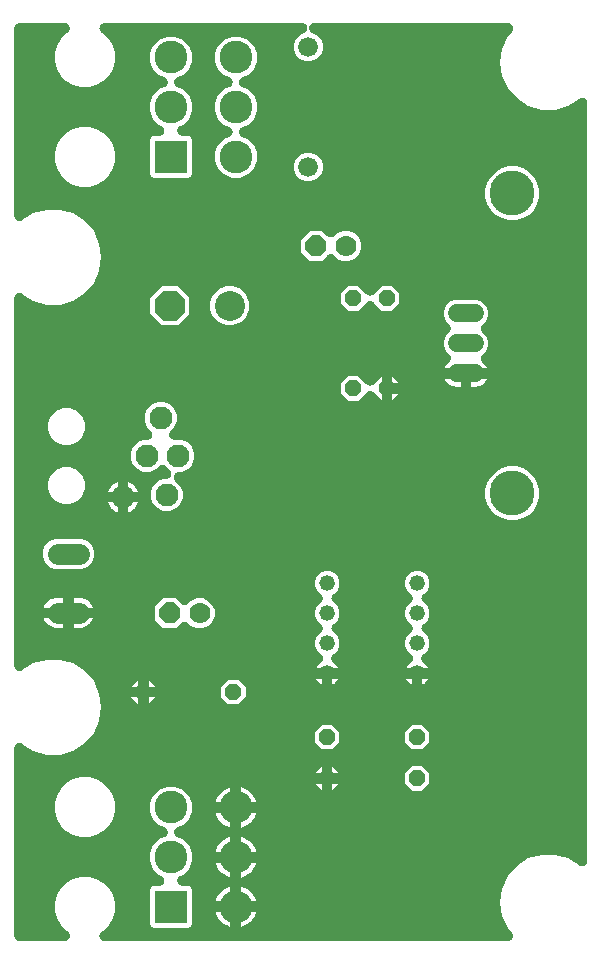
<source format=gbr>
G04 EAGLE Gerber RS-274X export*
G75*
%MOMM*%
%FSLAX34Y34*%
%LPD*%
%INTop Copper*%
%IPPOS*%
%AMOC8*
5,1,8,0,0,1.08239X$1,22.5*%
G01*
%ADD10C,2.540000*%
%ADD11P,2.749271X8X202.500000*%
%ADD12C,1.676400*%
%ADD13C,2.775000*%
%ADD14R,2.775000X2.775000*%
%ADD15C,1.508000*%
%ADD16P,1.429621X8X292.500000*%
%ADD17P,1.429621X8X22.500000*%
%ADD18P,1.429621X8X112.500000*%
%ADD19C,1.320800*%
%ADD20C,1.950000*%
%ADD21C,3.810000*%
%ADD22P,1.924489X8X202.500000*%
%ADD23C,1.778000*%
%ADD24C,1.790700*%

G36*
X54008Y11433D02*
X54008Y11433D01*
X54037Y11431D01*
X54306Y11453D01*
X54573Y11471D01*
X54602Y11477D01*
X54631Y11479D01*
X54894Y11536D01*
X55157Y11590D01*
X55185Y11600D01*
X55213Y11606D01*
X55467Y11698D01*
X55720Y11786D01*
X55746Y11799D01*
X55773Y11809D01*
X56012Y11934D01*
X56251Y12056D01*
X56275Y12072D01*
X56301Y12086D01*
X56520Y12242D01*
X56742Y12394D01*
X56763Y12414D01*
X56787Y12431D01*
X56984Y12615D01*
X57182Y12795D01*
X57201Y12818D01*
X57223Y12838D01*
X57393Y13046D01*
X57566Y13252D01*
X57581Y13276D01*
X57600Y13299D01*
X57741Y13528D01*
X57884Y13755D01*
X57897Y13782D01*
X57912Y13807D01*
X58021Y14053D01*
X58133Y14297D01*
X58141Y14325D01*
X58153Y14352D01*
X58229Y14611D01*
X58307Y14867D01*
X58311Y14896D01*
X58320Y14924D01*
X58360Y15191D01*
X58403Y15455D01*
X58404Y15484D01*
X58408Y15513D01*
X58412Y15782D01*
X58419Y16051D01*
X58416Y16080D01*
X58417Y16109D01*
X58384Y16377D01*
X58356Y16643D01*
X58349Y16672D01*
X58345Y16701D01*
X58278Y16961D01*
X58214Y17222D01*
X58203Y17249D01*
X58196Y17278D01*
X58094Y17527D01*
X57995Y17776D01*
X57981Y17802D01*
X57970Y17829D01*
X57836Y18062D01*
X57705Y18297D01*
X57687Y18320D01*
X57673Y18346D01*
X57509Y18558D01*
X57347Y18774D01*
X57327Y18795D01*
X57309Y18818D01*
X57119Y19006D01*
X56929Y19198D01*
X56906Y19216D01*
X56885Y19237D01*
X56815Y19287D01*
X56458Y19563D01*
X56288Y19662D01*
X56200Y19724D01*
X55347Y20216D01*
X50616Y24948D01*
X47271Y30742D01*
X45539Y37205D01*
X45539Y43895D01*
X47271Y50358D01*
X50616Y56152D01*
X55348Y60884D01*
X61142Y64229D01*
X67605Y65961D01*
X74295Y65961D01*
X80758Y64229D01*
X86552Y60884D01*
X91284Y56152D01*
X94629Y50358D01*
X96361Y43895D01*
X96361Y37205D01*
X94629Y30742D01*
X91284Y24948D01*
X86553Y20216D01*
X85700Y19724D01*
X85675Y19708D01*
X85649Y19694D01*
X85427Y19541D01*
X85205Y19392D01*
X85183Y19373D01*
X85158Y19356D01*
X84959Y19175D01*
X84758Y18997D01*
X84739Y18975D01*
X84718Y18955D01*
X84544Y18748D01*
X84369Y18546D01*
X84353Y18521D01*
X84334Y18499D01*
X84190Y18271D01*
X84044Y18046D01*
X84031Y18020D01*
X84016Y17995D01*
X83903Y17750D01*
X83788Y17508D01*
X83779Y17480D01*
X83767Y17453D01*
X83689Y17197D01*
X83607Y16940D01*
X83602Y16911D01*
X83593Y16883D01*
X83550Y16618D01*
X83503Y16353D01*
X83502Y16324D01*
X83497Y16295D01*
X83490Y16026D01*
X83479Y15758D01*
X83482Y15729D01*
X83481Y15699D01*
X83509Y15433D01*
X83534Y15165D01*
X83541Y15136D01*
X83544Y15107D01*
X83608Y14847D01*
X83669Y14584D01*
X83679Y14557D01*
X83686Y14528D01*
X83785Y14278D01*
X83880Y14027D01*
X83894Y14001D01*
X83905Y13974D01*
X84036Y13739D01*
X84163Y13503D01*
X84181Y13479D01*
X84195Y13453D01*
X84357Y13238D01*
X84515Y13021D01*
X84535Y13000D01*
X84553Y12977D01*
X84742Y12785D01*
X84927Y12591D01*
X84950Y12573D01*
X84971Y12552D01*
X85183Y12387D01*
X85393Y12220D01*
X85419Y12205D01*
X85442Y12187D01*
X85675Y12052D01*
X85905Y11915D01*
X85932Y11903D01*
X85958Y11888D01*
X86206Y11786D01*
X86453Y11680D01*
X86482Y11672D01*
X86509Y11661D01*
X86767Y11594D01*
X87028Y11522D01*
X87057Y11518D01*
X87085Y11510D01*
X87172Y11502D01*
X87618Y11441D01*
X87815Y11441D01*
X87922Y11431D01*
X429262Y11431D01*
X429445Y11443D01*
X429628Y11446D01*
X429742Y11463D01*
X429856Y11471D01*
X430036Y11507D01*
X430217Y11535D01*
X430327Y11567D01*
X430440Y11590D01*
X430613Y11650D01*
X430789Y11702D01*
X430895Y11748D01*
X431003Y11786D01*
X431166Y11869D01*
X431334Y11944D01*
X431432Y12004D01*
X431534Y12056D01*
X431686Y12160D01*
X431841Y12256D01*
X431930Y12329D01*
X432025Y12394D01*
X432160Y12518D01*
X432302Y12634D01*
X432381Y12718D01*
X432466Y12795D01*
X432584Y12936D01*
X432709Y13070D01*
X432775Y13164D01*
X432849Y13252D01*
X432947Y13406D01*
X433053Y13556D01*
X433106Y13658D01*
X433168Y13755D01*
X433244Y13922D01*
X433329Y14084D01*
X433368Y14192D01*
X433416Y14297D01*
X433470Y14472D01*
X433532Y14645D01*
X433556Y14757D01*
X433590Y14867D01*
X433620Y15048D01*
X433658Y15227D01*
X433667Y15342D01*
X433686Y15455D01*
X433691Y15638D01*
X433706Y15821D01*
X433699Y15936D01*
X433702Y16051D01*
X433683Y16233D01*
X433673Y16416D01*
X433651Y16529D01*
X433639Y16643D01*
X433595Y16821D01*
X433561Y17001D01*
X433524Y17110D01*
X433497Y17222D01*
X433430Y17392D01*
X433371Y17567D01*
X433321Y17670D01*
X433279Y17776D01*
X433189Y17936D01*
X433108Y18101D01*
X433058Y18171D01*
X432988Y18297D01*
X432631Y18774D01*
X432624Y18780D01*
X432620Y18785D01*
X429399Y22503D01*
X424599Y33013D01*
X422955Y44450D01*
X424599Y55887D01*
X429399Y66397D01*
X436966Y75130D01*
X446686Y81377D01*
X457773Y84632D01*
X469327Y84632D01*
X480414Y81377D01*
X489722Y75394D01*
X489866Y75315D01*
X490005Y75227D01*
X490127Y75171D01*
X490244Y75106D01*
X490397Y75047D01*
X490547Y74979D01*
X490675Y74939D01*
X490800Y74891D01*
X490960Y74853D01*
X491117Y74805D01*
X491249Y74783D01*
X491379Y74752D01*
X491543Y74735D01*
X491705Y74709D01*
X491839Y74705D01*
X491972Y74691D01*
X492136Y74697D01*
X492301Y74692D01*
X492434Y74707D01*
X492568Y74711D01*
X492730Y74738D01*
X492893Y74756D01*
X493023Y74788D01*
X493155Y74810D01*
X493312Y74859D01*
X493472Y74898D01*
X493596Y74947D01*
X493724Y74987D01*
X493874Y75056D01*
X494026Y75116D01*
X494143Y75181D01*
X494265Y75238D01*
X494403Y75326D01*
X494547Y75407D01*
X494654Y75487D01*
X494767Y75559D01*
X494892Y75665D01*
X495024Y75764D01*
X495119Y75858D01*
X495221Y75945D01*
X495331Y76067D01*
X495448Y76182D01*
X495530Y76288D01*
X495620Y76388D01*
X495712Y76523D01*
X495813Y76653D01*
X495880Y76769D01*
X495956Y76880D01*
X496029Y77027D01*
X496112Y77169D01*
X496163Y77293D01*
X496223Y77413D01*
X496276Y77568D01*
X496339Y77720D01*
X496373Y77849D01*
X496416Y77976D01*
X496448Y78138D01*
X496490Y78297D01*
X496499Y78394D01*
X496532Y78561D01*
X496565Y79089D01*
X496569Y79133D01*
X496569Y720967D01*
X496558Y721131D01*
X496557Y721295D01*
X496538Y721428D01*
X496529Y721562D01*
X496496Y721722D01*
X496473Y721885D01*
X496437Y722014D01*
X496410Y722145D01*
X496356Y722301D01*
X496311Y722459D01*
X496258Y722582D01*
X496214Y722708D01*
X496140Y722855D01*
X496074Y723005D01*
X496005Y723120D01*
X495944Y723240D01*
X495851Y723375D01*
X495766Y723515D01*
X495682Y723620D01*
X495606Y723730D01*
X495495Y723852D01*
X495392Y723980D01*
X495295Y724072D01*
X495205Y724171D01*
X495079Y724277D01*
X494960Y724390D01*
X494851Y724468D01*
X494749Y724554D01*
X494610Y724642D01*
X494476Y724738D01*
X494358Y724801D01*
X494245Y724873D01*
X494096Y724941D01*
X493951Y725019D01*
X493825Y725066D01*
X493703Y725121D01*
X493546Y725169D01*
X493392Y725227D01*
X493261Y725256D01*
X493133Y725295D01*
X492971Y725322D01*
X492811Y725358D01*
X492678Y725370D01*
X492545Y725391D01*
X492381Y725396D01*
X492217Y725410D01*
X492083Y725404D01*
X491949Y725408D01*
X491786Y725390D01*
X491622Y725383D01*
X491490Y725359D01*
X491357Y725344D01*
X491197Y725305D01*
X491036Y725276D01*
X490908Y725234D01*
X490778Y725202D01*
X490625Y725142D01*
X490469Y725091D01*
X490382Y725046D01*
X490224Y724984D01*
X489762Y724726D01*
X489722Y724706D01*
X480414Y718723D01*
X469327Y715468D01*
X457773Y715468D01*
X446686Y718723D01*
X436966Y724970D01*
X429399Y733703D01*
X424599Y744213D01*
X422955Y755650D01*
X424599Y767087D01*
X429399Y777597D01*
X432620Y781315D01*
X432731Y781461D01*
X432849Y781602D01*
X432910Y781699D01*
X432980Y781790D01*
X433069Y781950D01*
X433168Y782105D01*
X433216Y782210D01*
X433272Y782309D01*
X433340Y782480D01*
X433416Y782647D01*
X433450Y782756D01*
X433492Y782863D01*
X433537Y783041D01*
X433590Y783217D01*
X433608Y783330D01*
X433636Y783441D01*
X433656Y783624D01*
X433686Y783805D01*
X433689Y783920D01*
X433702Y784034D01*
X433697Y784217D01*
X433702Y784401D01*
X433690Y784515D01*
X433687Y784630D01*
X433659Y784811D01*
X433639Y784993D01*
X433612Y785105D01*
X433594Y785218D01*
X433541Y785394D01*
X433497Y785572D01*
X433455Y785679D01*
X433422Y785789D01*
X433346Y785956D01*
X433279Y786126D01*
X433223Y786227D01*
X433175Y786331D01*
X433078Y786486D01*
X432988Y786647D01*
X432919Y786739D01*
X432858Y786836D01*
X432741Y786976D01*
X432631Y787124D01*
X432550Y787205D01*
X432477Y787294D01*
X432341Y787417D01*
X432213Y787548D01*
X432122Y787619D01*
X432037Y787696D01*
X431887Y787801D01*
X431741Y787913D01*
X431642Y787971D01*
X431548Y788036D01*
X431385Y788120D01*
X431226Y788212D01*
X431119Y788256D01*
X431017Y788308D01*
X430844Y788369D01*
X430675Y788439D01*
X430564Y788468D01*
X430455Y788506D01*
X430276Y788543D01*
X430098Y788590D01*
X430012Y788598D01*
X429872Y788627D01*
X429277Y788669D01*
X429268Y788669D01*
X429262Y788669D01*
X265499Y788669D01*
X265477Y788668D01*
X265455Y788669D01*
X265179Y788648D01*
X264904Y788629D01*
X264883Y788625D01*
X264861Y788623D01*
X264591Y788565D01*
X264320Y788510D01*
X264299Y788503D01*
X264278Y788498D01*
X264018Y788405D01*
X263758Y788314D01*
X263738Y788304D01*
X263717Y788297D01*
X263472Y788169D01*
X263226Y788044D01*
X263208Y788032D01*
X263189Y788022D01*
X262963Y787863D01*
X262736Y787706D01*
X262719Y787691D01*
X262701Y787678D01*
X262500Y787491D01*
X262295Y787305D01*
X262281Y787288D01*
X262265Y787273D01*
X262090Y787060D01*
X261912Y786849D01*
X261900Y786830D01*
X261886Y786813D01*
X261741Y786579D01*
X261593Y786345D01*
X261584Y786325D01*
X261572Y786306D01*
X261459Y786054D01*
X261344Y785803D01*
X261338Y785782D01*
X261329Y785762D01*
X261251Y785497D01*
X261171Y785233D01*
X261167Y785212D01*
X261161Y785191D01*
X261119Y784918D01*
X261075Y784645D01*
X261074Y784623D01*
X261071Y784601D01*
X261066Y784325D01*
X261058Y784049D01*
X261060Y784028D01*
X261060Y784006D01*
X261092Y783731D01*
X261122Y783457D01*
X261127Y783435D01*
X261129Y783414D01*
X261198Y783146D01*
X261264Y782878D01*
X261272Y782858D01*
X261277Y782836D01*
X261381Y782579D01*
X261482Y782324D01*
X261493Y782305D01*
X261501Y782284D01*
X261638Y782045D01*
X261772Y781803D01*
X261786Y781786D01*
X261797Y781767D01*
X261963Y781549D01*
X262130Y781327D01*
X262145Y781311D01*
X262159Y781293D01*
X262353Y781100D01*
X262548Y780902D01*
X262565Y780888D01*
X262581Y780873D01*
X262800Y780707D01*
X263019Y780537D01*
X263038Y780526D01*
X263056Y780513D01*
X263120Y780479D01*
X263535Y780238D01*
X263707Y780168D01*
X263798Y780119D01*
X267257Y778687D01*
X270687Y775257D01*
X272543Y770775D01*
X272543Y765925D01*
X270687Y761443D01*
X267257Y758013D01*
X262775Y756157D01*
X257925Y756157D01*
X253443Y758013D01*
X250013Y761443D01*
X248157Y765925D01*
X248157Y770775D01*
X250013Y775257D01*
X253443Y778687D01*
X256902Y780119D01*
X256922Y780129D01*
X256942Y780136D01*
X257188Y780261D01*
X257436Y780384D01*
X257454Y780396D01*
X257474Y780406D01*
X257702Y780563D01*
X257930Y780717D01*
X257946Y780732D01*
X257964Y780744D01*
X258169Y780930D01*
X258375Y781114D01*
X258389Y781130D01*
X258405Y781145D01*
X258583Y781357D01*
X258762Y781566D01*
X258774Y781585D01*
X258788Y781602D01*
X258937Y781836D01*
X259086Y782067D01*
X259095Y782086D01*
X259107Y782105D01*
X259223Y782357D01*
X259340Y782606D01*
X259347Y782627D01*
X259356Y782647D01*
X259436Y782909D01*
X259519Y783174D01*
X259523Y783196D01*
X259529Y783217D01*
X259574Y783489D01*
X259621Y783761D01*
X259622Y783783D01*
X259625Y783805D01*
X259633Y784080D01*
X259643Y784357D01*
X259641Y784379D01*
X259642Y784401D01*
X259613Y784674D01*
X259586Y784950D01*
X259581Y784971D01*
X259578Y784993D01*
X259513Y785261D01*
X259449Y785530D01*
X259442Y785550D01*
X259436Y785572D01*
X259335Y785829D01*
X259237Y786087D01*
X259226Y786106D01*
X259218Y786126D01*
X259083Y786368D01*
X258951Y786610D01*
X258938Y786627D01*
X258928Y786647D01*
X258761Y786869D01*
X258599Y787090D01*
X258583Y787106D01*
X258570Y787124D01*
X258376Y787321D01*
X258185Y787519D01*
X258167Y787533D01*
X258152Y787548D01*
X257935Y787717D01*
X257717Y787888D01*
X257698Y787900D01*
X257681Y787913D01*
X257443Y788051D01*
X257204Y788192D01*
X257184Y788201D01*
X257165Y788212D01*
X256910Y788317D01*
X256656Y788424D01*
X256634Y788430D01*
X256614Y788439D01*
X256347Y788509D01*
X256081Y788581D01*
X256059Y788584D01*
X256038Y788590D01*
X255965Y788597D01*
X255490Y788660D01*
X255304Y788659D01*
X255201Y788669D01*
X87922Y788669D01*
X87892Y788667D01*
X87863Y788669D01*
X87594Y788647D01*
X87327Y788629D01*
X87298Y788623D01*
X87269Y788621D01*
X87006Y788564D01*
X86743Y788510D01*
X86715Y788500D01*
X86687Y788494D01*
X86434Y788402D01*
X86180Y788314D01*
X86154Y788301D01*
X86127Y788291D01*
X85888Y788166D01*
X85649Y788044D01*
X85625Y788028D01*
X85599Y788014D01*
X85380Y787859D01*
X85158Y787706D01*
X85137Y787686D01*
X85113Y787669D01*
X84917Y787486D01*
X84718Y787305D01*
X84699Y787282D01*
X84677Y787262D01*
X84508Y787055D01*
X84334Y786849D01*
X84319Y786824D01*
X84300Y786801D01*
X84160Y786573D01*
X84016Y786345D01*
X84003Y786318D01*
X83988Y786293D01*
X83879Y786048D01*
X83767Y785803D01*
X83759Y785775D01*
X83747Y785749D01*
X83671Y785490D01*
X83593Y785233D01*
X83589Y785204D01*
X83580Y785176D01*
X83540Y784910D01*
X83497Y784645D01*
X83496Y784616D01*
X83492Y784587D01*
X83488Y784318D01*
X83481Y784049D01*
X83484Y784020D01*
X83483Y783991D01*
X83516Y783724D01*
X83544Y783457D01*
X83551Y783428D01*
X83555Y783399D01*
X83622Y783139D01*
X83686Y782878D01*
X83697Y782851D01*
X83704Y782823D01*
X83807Y782572D01*
X83905Y782324D01*
X83919Y782298D01*
X83930Y782271D01*
X84064Y782038D01*
X84195Y781803D01*
X84213Y781780D01*
X84227Y781754D01*
X84391Y781543D01*
X84553Y781327D01*
X84573Y781306D01*
X84591Y781282D01*
X84782Y781094D01*
X84971Y780902D01*
X84994Y780884D01*
X85015Y780863D01*
X85086Y780813D01*
X85442Y780537D01*
X85612Y780438D01*
X85699Y780376D01*
X86552Y779884D01*
X91284Y775152D01*
X94629Y769358D01*
X96361Y762895D01*
X96361Y756205D01*
X94629Y749742D01*
X91284Y743948D01*
X86552Y739216D01*
X80758Y735871D01*
X74295Y734139D01*
X67605Y734139D01*
X61142Y735871D01*
X55348Y739216D01*
X50616Y743948D01*
X47271Y749742D01*
X45539Y756205D01*
X45539Y762895D01*
X47271Y769358D01*
X50616Y775152D01*
X55348Y779884D01*
X56201Y780376D01*
X56225Y780392D01*
X56251Y780406D01*
X56473Y780559D01*
X56696Y780708D01*
X56718Y780728D01*
X56742Y780744D01*
X56941Y780925D01*
X57142Y781103D01*
X57161Y781125D01*
X57182Y781145D01*
X57356Y781352D01*
X57531Y781554D01*
X57547Y781579D01*
X57566Y781602D01*
X57710Y781829D01*
X57856Y782054D01*
X57869Y782080D01*
X57884Y782105D01*
X57996Y782349D01*
X58112Y782592D01*
X58121Y782620D01*
X58133Y782647D01*
X58211Y782902D01*
X58293Y783160D01*
X58298Y783189D01*
X58307Y783217D01*
X58350Y783481D01*
X58397Y783747D01*
X58398Y783776D01*
X58403Y783805D01*
X58410Y784073D01*
X58421Y784342D01*
X58418Y784371D01*
X58419Y784401D01*
X58391Y784668D01*
X58366Y784935D01*
X58359Y784964D01*
X58356Y784993D01*
X58292Y785254D01*
X58231Y785516D01*
X58221Y785543D01*
X58214Y785572D01*
X58115Y785822D01*
X58020Y786073D01*
X58006Y786099D01*
X57995Y786126D01*
X57864Y786361D01*
X57736Y786597D01*
X57719Y786621D01*
X57705Y786647D01*
X57543Y786863D01*
X57385Y787079D01*
X57365Y787100D01*
X57347Y787124D01*
X57158Y787316D01*
X56973Y787509D01*
X56950Y787527D01*
X56929Y787548D01*
X56717Y787713D01*
X56507Y787880D01*
X56481Y787895D01*
X56458Y787913D01*
X56225Y788048D01*
X55995Y788186D01*
X55968Y788197D01*
X55942Y788212D01*
X55694Y788314D01*
X55447Y788420D01*
X55418Y788427D01*
X55391Y788439D01*
X55131Y788507D01*
X54872Y788578D01*
X54843Y788582D01*
X54815Y788590D01*
X54728Y788598D01*
X54282Y788659D01*
X54085Y788659D01*
X53978Y788669D01*
X15875Y788669D01*
X15787Y788663D01*
X15699Y788666D01*
X15490Y788643D01*
X15280Y788629D01*
X15194Y788612D01*
X15107Y788602D01*
X14903Y788552D01*
X14697Y788510D01*
X14613Y788481D01*
X14528Y788460D01*
X14332Y788383D01*
X14134Y788314D01*
X14056Y788274D01*
X13974Y788242D01*
X13790Y788139D01*
X13602Y788044D01*
X13530Y787994D01*
X13453Y787952D01*
X13285Y787825D01*
X13112Y787706D01*
X13047Y787647D01*
X12977Y787594D01*
X12827Y787446D01*
X12671Y787305D01*
X12614Y787238D01*
X12552Y787176D01*
X12423Y787010D01*
X12288Y786849D01*
X12241Y786774D01*
X12187Y786705D01*
X12082Y786523D01*
X11969Y786345D01*
X11932Y786265D01*
X11888Y786189D01*
X11808Y785995D01*
X11720Y785803D01*
X11695Y785719D01*
X11661Y785638D01*
X11608Y785435D01*
X11547Y785233D01*
X11533Y785147D01*
X11510Y785062D01*
X11498Y784938D01*
X11451Y784645D01*
X11442Y784348D01*
X11431Y784225D01*
X11431Y625233D01*
X11442Y625069D01*
X11443Y624905D01*
X11462Y624772D01*
X11471Y624638D01*
X11504Y624478D01*
X11527Y624315D01*
X11563Y624186D01*
X11590Y624055D01*
X11644Y623899D01*
X11689Y623741D01*
X11742Y623618D01*
X11786Y623492D01*
X11860Y623345D01*
X11926Y623195D01*
X11995Y623080D01*
X12056Y622960D01*
X12149Y622825D01*
X12234Y622685D01*
X12318Y622580D01*
X12394Y622470D01*
X12505Y622348D01*
X12608Y622220D01*
X12705Y622128D01*
X12795Y622029D01*
X12921Y621923D01*
X13040Y621810D01*
X13149Y621732D01*
X13251Y621646D01*
X13390Y621558D01*
X13524Y621462D01*
X13642Y621399D01*
X13755Y621327D01*
X13904Y621259D01*
X14049Y621181D01*
X14175Y621134D01*
X14297Y621079D01*
X14454Y621031D01*
X14608Y620973D01*
X14739Y620944D01*
X14867Y620905D01*
X15029Y620878D01*
X15189Y620842D01*
X15322Y620830D01*
X15455Y620809D01*
X15619Y620804D01*
X15783Y620790D01*
X15917Y620796D01*
X16051Y620792D01*
X16214Y620810D01*
X16378Y620817D01*
X16510Y620841D01*
X16643Y620856D01*
X16803Y620895D01*
X16964Y620924D01*
X17092Y620966D01*
X17222Y620998D01*
X17375Y621058D01*
X17531Y621109D01*
X17618Y621154D01*
X17776Y621216D01*
X18238Y621474D01*
X18278Y621494D01*
X27586Y627477D01*
X38673Y630732D01*
X50227Y630732D01*
X61314Y627477D01*
X71034Y621230D01*
X78601Y612497D01*
X83401Y601987D01*
X85045Y590550D01*
X83401Y579113D01*
X78601Y568603D01*
X71034Y559870D01*
X61314Y553623D01*
X50227Y550368D01*
X38673Y550368D01*
X27586Y553623D01*
X18278Y559606D01*
X18134Y559685D01*
X17995Y559773D01*
X17873Y559829D01*
X17756Y559894D01*
X17603Y559953D01*
X17453Y560021D01*
X17325Y560061D01*
X17200Y560109D01*
X17040Y560147D01*
X16883Y560195D01*
X16751Y560217D01*
X16621Y560248D01*
X16457Y560265D01*
X16295Y560291D01*
X16161Y560295D01*
X16028Y560309D01*
X15864Y560303D01*
X15699Y560308D01*
X15566Y560293D01*
X15432Y560289D01*
X15270Y560262D01*
X15107Y560244D01*
X14977Y560212D01*
X14845Y560190D01*
X14688Y560141D01*
X14528Y560102D01*
X14404Y560053D01*
X14276Y560013D01*
X14126Y559944D01*
X13974Y559884D01*
X13857Y559819D01*
X13735Y559762D01*
X13597Y559674D01*
X13453Y559593D01*
X13346Y559513D01*
X13233Y559441D01*
X13108Y559335D01*
X12977Y559236D01*
X12881Y559142D01*
X12779Y559055D01*
X12669Y558933D01*
X12552Y558818D01*
X12470Y558712D01*
X12380Y558612D01*
X12288Y558477D01*
X12187Y558347D01*
X12120Y558231D01*
X12044Y558120D01*
X11971Y557973D01*
X11888Y557831D01*
X11837Y557707D01*
X11777Y557587D01*
X11724Y557432D01*
X11661Y557280D01*
X11627Y557151D01*
X11584Y557024D01*
X11552Y556862D01*
X11510Y556703D01*
X11501Y556606D01*
X11468Y556439D01*
X11435Y555911D01*
X11431Y555867D01*
X11431Y244233D01*
X11442Y244069D01*
X11443Y243905D01*
X11462Y243772D01*
X11471Y243638D01*
X11504Y243478D01*
X11527Y243315D01*
X11563Y243186D01*
X11590Y243055D01*
X11644Y242899D01*
X11689Y242741D01*
X11742Y242618D01*
X11786Y242492D01*
X11860Y242345D01*
X11926Y242195D01*
X11995Y242080D01*
X12056Y241960D01*
X12149Y241825D01*
X12234Y241685D01*
X12318Y241580D01*
X12394Y241470D01*
X12505Y241348D01*
X12608Y241220D01*
X12705Y241128D01*
X12795Y241029D01*
X12921Y240923D01*
X13040Y240810D01*
X13149Y240732D01*
X13252Y240646D01*
X13390Y240558D01*
X13524Y240462D01*
X13642Y240399D01*
X13755Y240327D01*
X13904Y240259D01*
X14049Y240181D01*
X14175Y240134D01*
X14297Y240079D01*
X14454Y240031D01*
X14608Y239973D01*
X14739Y239944D01*
X14867Y239905D01*
X15029Y239878D01*
X15189Y239842D01*
X15323Y239830D01*
X15455Y239809D01*
X15619Y239804D01*
X15783Y239790D01*
X15917Y239796D01*
X16051Y239792D01*
X16214Y239810D01*
X16378Y239817D01*
X16510Y239841D01*
X16643Y239856D01*
X16803Y239895D01*
X16964Y239924D01*
X17092Y239966D01*
X17222Y239998D01*
X17375Y240058D01*
X17531Y240109D01*
X17618Y240154D01*
X17776Y240216D01*
X18238Y240474D01*
X18278Y240494D01*
X27586Y246477D01*
X38673Y249732D01*
X50227Y249732D01*
X61314Y246477D01*
X71034Y240230D01*
X78601Y231497D01*
X83401Y220987D01*
X85045Y209550D01*
X83401Y198113D01*
X78601Y187603D01*
X71034Y178870D01*
X61314Y172623D01*
X50227Y169368D01*
X38673Y169368D01*
X27586Y172623D01*
X18278Y178606D01*
X18134Y178685D01*
X17995Y178773D01*
X17873Y178829D01*
X17756Y178894D01*
X17603Y178953D01*
X17453Y179021D01*
X17325Y179061D01*
X17200Y179109D01*
X17040Y179147D01*
X16883Y179195D01*
X16751Y179217D01*
X16621Y179248D01*
X16457Y179265D01*
X16295Y179291D01*
X16161Y179295D01*
X16028Y179309D01*
X15864Y179303D01*
X15699Y179308D01*
X15566Y179293D01*
X15432Y179289D01*
X15270Y179262D01*
X15107Y179244D01*
X14977Y179212D01*
X14845Y179190D01*
X14688Y179141D01*
X14528Y179102D01*
X14404Y179053D01*
X14276Y179013D01*
X14126Y178944D01*
X13974Y178884D01*
X13857Y178819D01*
X13735Y178762D01*
X13597Y178674D01*
X13453Y178593D01*
X13346Y178513D01*
X13233Y178441D01*
X13108Y178335D01*
X12977Y178236D01*
X12881Y178142D01*
X12779Y178055D01*
X12669Y177933D01*
X12552Y177818D01*
X12470Y177712D01*
X12380Y177612D01*
X12288Y177477D01*
X12187Y177347D01*
X12120Y177231D01*
X12044Y177120D01*
X11971Y176973D01*
X11888Y176831D01*
X11837Y176707D01*
X11777Y176587D01*
X11724Y176432D01*
X11661Y176280D01*
X11627Y176151D01*
X11584Y176024D01*
X11552Y175862D01*
X11510Y175703D01*
X11501Y175606D01*
X11468Y175439D01*
X11435Y174911D01*
X11431Y174867D01*
X11431Y15875D01*
X11437Y15787D01*
X11434Y15699D01*
X11457Y15490D01*
X11471Y15280D01*
X11488Y15194D01*
X11498Y15107D01*
X11548Y14903D01*
X11590Y14697D01*
X11619Y14613D01*
X11640Y14528D01*
X11717Y14332D01*
X11786Y14134D01*
X11826Y14055D01*
X11858Y13974D01*
X11961Y13790D01*
X12056Y13602D01*
X12106Y13530D01*
X12149Y13453D01*
X12275Y13285D01*
X12394Y13112D01*
X12453Y13047D01*
X12506Y12977D01*
X12654Y12827D01*
X12795Y12671D01*
X12862Y12614D01*
X12924Y12552D01*
X13090Y12423D01*
X13252Y12288D01*
X13326Y12241D01*
X13395Y12187D01*
X13577Y12082D01*
X13755Y11969D01*
X13835Y11932D01*
X13911Y11888D01*
X14105Y11808D01*
X14297Y11720D01*
X14381Y11695D01*
X14462Y11661D01*
X14666Y11608D01*
X14867Y11547D01*
X14953Y11533D01*
X15038Y11510D01*
X15162Y11498D01*
X15455Y11451D01*
X15752Y11442D01*
X15875Y11431D01*
X53978Y11431D01*
X54008Y11433D01*
G37*
%LPC*%
G36*
X129317Y657864D02*
X129317Y657864D01*
X127916Y658444D01*
X126844Y659516D01*
X126264Y660917D01*
X126264Y690183D01*
X126844Y691584D01*
X127916Y692656D01*
X129317Y693236D01*
X134092Y693236D01*
X134114Y693237D01*
X134136Y693236D01*
X134413Y693257D01*
X134687Y693276D01*
X134708Y693280D01*
X134730Y693282D01*
X135000Y693340D01*
X135271Y693395D01*
X135291Y693402D01*
X135313Y693407D01*
X135573Y693500D01*
X135833Y693591D01*
X135853Y693601D01*
X135874Y693608D01*
X136119Y693736D01*
X136365Y693861D01*
X136383Y693873D01*
X136402Y693883D01*
X136627Y694042D01*
X136855Y694199D01*
X136871Y694214D01*
X136889Y694227D01*
X137092Y694414D01*
X137296Y694600D01*
X137310Y694617D01*
X137326Y694632D01*
X137502Y694846D01*
X137679Y695056D01*
X137691Y695075D01*
X137705Y695092D01*
X137850Y695326D01*
X137998Y695560D01*
X138007Y695580D01*
X138019Y695599D01*
X138131Y695851D01*
X138247Y696102D01*
X138253Y696123D01*
X138262Y696143D01*
X138340Y696408D01*
X138420Y696672D01*
X138424Y696693D01*
X138430Y696714D01*
X138472Y696987D01*
X138516Y697260D01*
X138517Y697282D01*
X138520Y697304D01*
X138525Y697580D01*
X138533Y697856D01*
X138530Y697877D01*
X138531Y697899D01*
X138499Y698174D01*
X138469Y698448D01*
X138464Y698470D01*
X138462Y698491D01*
X138393Y698759D01*
X138327Y699027D01*
X138319Y699047D01*
X138314Y699069D01*
X138210Y699326D01*
X138109Y699581D01*
X138098Y699600D01*
X138090Y699621D01*
X137953Y699860D01*
X137819Y700102D01*
X137805Y700119D01*
X137794Y700138D01*
X137627Y700357D01*
X137461Y700578D01*
X137446Y700594D01*
X137432Y700612D01*
X137237Y700806D01*
X137043Y701003D01*
X137025Y701017D01*
X137010Y701032D01*
X136790Y701199D01*
X136572Y701368D01*
X136553Y701379D01*
X136535Y701392D01*
X136471Y701427D01*
X136056Y701667D01*
X135884Y701737D01*
X135793Y701786D01*
X133932Y702557D01*
X128957Y707532D01*
X126264Y714032D01*
X126264Y721068D01*
X128957Y727568D01*
X133932Y732543D01*
X138521Y734444D01*
X138560Y734464D01*
X138602Y734478D01*
X138828Y734596D01*
X139055Y734709D01*
X139091Y734733D01*
X139130Y734753D01*
X139338Y734900D01*
X139549Y735042D01*
X139582Y735071D01*
X139617Y735097D01*
X139803Y735269D01*
X139994Y735439D01*
X140022Y735472D01*
X140054Y735502D01*
X140216Y735698D01*
X140381Y735891D01*
X140405Y735928D01*
X140433Y735962D01*
X140567Y736178D01*
X140705Y736392D01*
X140724Y736431D01*
X140747Y736469D01*
X140851Y736701D01*
X140959Y736931D01*
X140972Y736973D01*
X140990Y737013D01*
X141062Y737257D01*
X141138Y737499D01*
X141146Y737542D01*
X141158Y737585D01*
X141197Y737836D01*
X141240Y738086D01*
X141242Y738130D01*
X141248Y738174D01*
X141253Y738428D01*
X141262Y738682D01*
X141258Y738725D01*
X141259Y738769D01*
X141229Y739022D01*
X141205Y739275D01*
X141195Y739318D01*
X141190Y739361D01*
X141127Y739607D01*
X141068Y739855D01*
X141053Y739896D01*
X141042Y739939D01*
X140946Y740175D01*
X140856Y740412D01*
X140835Y740450D01*
X140818Y740491D01*
X140692Y740712D01*
X140570Y740935D01*
X140544Y740970D01*
X140522Y741008D01*
X140368Y741211D01*
X140217Y741415D01*
X140187Y741447D01*
X140160Y741482D01*
X139980Y741661D01*
X139804Y741844D01*
X139769Y741871D01*
X139738Y741902D01*
X139536Y742056D01*
X139336Y742213D01*
X139298Y742236D01*
X139263Y742262D01*
X139170Y742312D01*
X138823Y742517D01*
X138621Y742603D01*
X138521Y742656D01*
X133932Y744557D01*
X128957Y749532D01*
X126264Y756032D01*
X126264Y763068D01*
X128957Y769568D01*
X133932Y774543D01*
X140432Y777236D01*
X147468Y777236D01*
X153968Y774543D01*
X158943Y769568D01*
X161636Y763068D01*
X161636Y756032D01*
X158943Y749532D01*
X153968Y744557D01*
X149379Y742656D01*
X149340Y742636D01*
X149298Y742622D01*
X149073Y742505D01*
X148845Y742392D01*
X148809Y742367D01*
X148770Y742347D01*
X148562Y742200D01*
X148351Y742058D01*
X148319Y742029D01*
X148283Y742003D01*
X148096Y741830D01*
X147907Y741661D01*
X147878Y741628D01*
X147846Y741598D01*
X147684Y741402D01*
X147519Y741209D01*
X147495Y741172D01*
X147467Y741138D01*
X147332Y740921D01*
X147195Y740708D01*
X147176Y740669D01*
X147153Y740631D01*
X147049Y740399D01*
X146941Y740169D01*
X146928Y740127D01*
X146910Y740087D01*
X146838Y739843D01*
X146762Y739601D01*
X146754Y739558D01*
X146742Y739516D01*
X146703Y739264D01*
X146660Y739014D01*
X146658Y738970D01*
X146652Y738926D01*
X146647Y738672D01*
X146638Y738418D01*
X146642Y738375D01*
X146641Y738331D01*
X146671Y738078D01*
X146695Y737825D01*
X146705Y737782D01*
X146710Y737739D01*
X146773Y737493D01*
X146832Y737245D01*
X146847Y737204D01*
X146858Y737161D01*
X146954Y736926D01*
X147044Y736688D01*
X147065Y736650D01*
X147082Y736609D01*
X147208Y736388D01*
X147330Y736165D01*
X147356Y736130D01*
X147378Y736092D01*
X147532Y735890D01*
X147682Y735685D01*
X147713Y735653D01*
X147740Y735618D01*
X147919Y735440D01*
X148096Y735256D01*
X148131Y735229D01*
X148162Y735198D01*
X148364Y735045D01*
X148564Y734887D01*
X148602Y734864D01*
X148637Y734838D01*
X148730Y734788D01*
X149077Y734583D01*
X149279Y734497D01*
X149379Y734444D01*
X153968Y732543D01*
X158943Y727568D01*
X161636Y721068D01*
X161636Y714032D01*
X158943Y707532D01*
X153968Y702557D01*
X152107Y701786D01*
X152087Y701776D01*
X152067Y701769D01*
X151821Y701644D01*
X151573Y701521D01*
X151555Y701509D01*
X151535Y701499D01*
X151307Y701342D01*
X151079Y701188D01*
X151063Y701173D01*
X151045Y701161D01*
X150840Y700975D01*
X150635Y700791D01*
X150620Y700775D01*
X150604Y700760D01*
X150427Y700549D01*
X150247Y700339D01*
X150235Y700320D01*
X150221Y700303D01*
X150073Y700070D01*
X149923Y699838D01*
X149914Y699819D01*
X149902Y699800D01*
X149787Y699548D01*
X149669Y699299D01*
X149663Y699278D01*
X149653Y699258D01*
X149573Y698996D01*
X149490Y698731D01*
X149486Y698709D01*
X149480Y698688D01*
X149435Y698416D01*
X149388Y698144D01*
X149387Y698122D01*
X149384Y698100D01*
X149376Y697825D01*
X149366Y697548D01*
X149368Y697526D01*
X149367Y697504D01*
X149396Y697231D01*
X149423Y696955D01*
X149428Y696934D01*
X149431Y696912D01*
X149497Y696643D01*
X149560Y696375D01*
X149567Y696355D01*
X149573Y696333D01*
X149674Y696076D01*
X149772Y695818D01*
X149783Y695799D01*
X149791Y695779D01*
X149926Y695537D01*
X150058Y695295D01*
X150071Y695278D01*
X150081Y695258D01*
X150248Y695036D01*
X150410Y694815D01*
X150426Y694799D01*
X150439Y694781D01*
X150634Y694584D01*
X150824Y694386D01*
X150841Y694373D01*
X150857Y694357D01*
X151077Y694187D01*
X151292Y694017D01*
X151311Y694005D01*
X151328Y693992D01*
X151567Y693853D01*
X151805Y693713D01*
X151825Y693704D01*
X151844Y693693D01*
X152099Y693588D01*
X152353Y693481D01*
X152375Y693475D01*
X152395Y693466D01*
X152662Y693396D01*
X152928Y693324D01*
X152950Y693321D01*
X152971Y693315D01*
X153044Y693308D01*
X153519Y693245D01*
X153705Y693246D01*
X153808Y693236D01*
X158583Y693236D01*
X159984Y692656D01*
X161056Y691584D01*
X161636Y690183D01*
X161636Y660917D01*
X161056Y659516D01*
X159984Y658444D01*
X158583Y657864D01*
X129317Y657864D01*
G37*
%LPD*%
%LPC*%
G36*
X129317Y22864D02*
X129317Y22864D01*
X127916Y23444D01*
X126844Y24516D01*
X126264Y25917D01*
X126264Y55183D01*
X126844Y56584D01*
X127916Y57656D01*
X129317Y58236D01*
X134092Y58236D01*
X134114Y58237D01*
X134136Y58236D01*
X134411Y58257D01*
X134687Y58276D01*
X134708Y58280D01*
X134730Y58282D01*
X134999Y58339D01*
X135271Y58395D01*
X135291Y58402D01*
X135313Y58407D01*
X135572Y58500D01*
X135833Y58591D01*
X135853Y58601D01*
X135874Y58608D01*
X136118Y58735D01*
X136365Y58861D01*
X136383Y58873D01*
X136402Y58883D01*
X136628Y59043D01*
X136855Y59199D01*
X136871Y59214D01*
X136890Y59227D01*
X137093Y59415D01*
X137296Y59600D01*
X137310Y59617D01*
X137326Y59632D01*
X137502Y59845D01*
X137679Y60056D01*
X137691Y60075D01*
X137705Y60092D01*
X137850Y60326D01*
X137998Y60560D01*
X138007Y60580D01*
X138019Y60599D01*
X138131Y60850D01*
X138247Y61102D01*
X138253Y61123D01*
X138262Y61143D01*
X138340Y61409D01*
X138420Y61672D01*
X138424Y61693D01*
X138430Y61714D01*
X138472Y61989D01*
X138516Y62260D01*
X138517Y62282D01*
X138520Y62304D01*
X138525Y62580D01*
X138533Y62856D01*
X138531Y62877D01*
X138531Y62899D01*
X138499Y63173D01*
X138469Y63448D01*
X138464Y63469D01*
X138462Y63491D01*
X138393Y63758D01*
X138327Y64027D01*
X138319Y64047D01*
X138314Y64069D01*
X138210Y64324D01*
X138109Y64581D01*
X138098Y64600D01*
X138090Y64621D01*
X137953Y64860D01*
X137819Y65102D01*
X137805Y65119D01*
X137794Y65138D01*
X137628Y65356D01*
X137461Y65578D01*
X137446Y65594D01*
X137432Y65612D01*
X137238Y65805D01*
X137043Y66003D01*
X137026Y66017D01*
X137010Y66032D01*
X136790Y66199D01*
X136572Y66368D01*
X136553Y66379D01*
X136535Y66392D01*
X136471Y66427D01*
X136056Y66667D01*
X135884Y66737D01*
X135793Y66786D01*
X133932Y67557D01*
X128957Y72532D01*
X126264Y79032D01*
X126264Y86068D01*
X128957Y92568D01*
X133932Y97543D01*
X138521Y99444D01*
X138560Y99464D01*
X138602Y99478D01*
X138827Y99596D01*
X139055Y99709D01*
X139091Y99733D01*
X139130Y99753D01*
X139338Y99900D01*
X139549Y100042D01*
X139582Y100071D01*
X139618Y100097D01*
X139804Y100270D01*
X139994Y100439D01*
X140022Y100472D01*
X140054Y100502D01*
X140216Y100699D01*
X140381Y100891D01*
X140405Y100928D01*
X140433Y100962D01*
X140567Y101178D01*
X140705Y101392D01*
X140724Y101431D01*
X140747Y101469D01*
X140850Y101700D01*
X140959Y101931D01*
X140972Y101973D01*
X140990Y102013D01*
X141062Y102256D01*
X141138Y102499D01*
X141146Y102542D01*
X141158Y102585D01*
X141197Y102836D01*
X141240Y103086D01*
X141242Y103130D01*
X141248Y103174D01*
X141253Y103428D01*
X141262Y103682D01*
X141258Y103725D01*
X141259Y103769D01*
X141229Y104022D01*
X141205Y104275D01*
X141195Y104318D01*
X141190Y104361D01*
X141127Y104608D01*
X141068Y104855D01*
X141053Y104896D01*
X141042Y104939D01*
X140946Y105175D01*
X140856Y105412D01*
X140835Y105450D01*
X140818Y105491D01*
X140692Y105712D01*
X140570Y105935D01*
X140544Y105970D01*
X140522Y106008D01*
X140368Y106211D01*
X140218Y106415D01*
X140187Y106447D01*
X140160Y106482D01*
X139980Y106661D01*
X139804Y106844D01*
X139769Y106871D01*
X139738Y106902D01*
X139535Y107056D01*
X139336Y107213D01*
X139298Y107236D01*
X139263Y107262D01*
X139169Y107312D01*
X138823Y107517D01*
X138621Y107603D01*
X138521Y107656D01*
X133932Y109557D01*
X128957Y114532D01*
X126264Y121032D01*
X126264Y128068D01*
X128957Y134568D01*
X133932Y139543D01*
X140432Y142236D01*
X147468Y142236D01*
X153968Y139543D01*
X158943Y134568D01*
X161636Y128068D01*
X161636Y121032D01*
X158943Y114532D01*
X153968Y109557D01*
X149379Y107656D01*
X149340Y107636D01*
X149298Y107622D01*
X149073Y107505D01*
X148845Y107392D01*
X148809Y107367D01*
X148770Y107347D01*
X148562Y107200D01*
X148351Y107058D01*
X148318Y107029D01*
X148283Y107003D01*
X148096Y106831D01*
X147906Y106661D01*
X147878Y106628D01*
X147846Y106598D01*
X147685Y106402D01*
X147519Y106209D01*
X147495Y106172D01*
X147467Y106138D01*
X147333Y105922D01*
X147195Y105708D01*
X147176Y105669D01*
X147153Y105631D01*
X147049Y105399D01*
X146941Y105169D01*
X146928Y105127D01*
X146910Y105087D01*
X146838Y104844D01*
X146762Y104601D01*
X146754Y104558D01*
X146742Y104516D01*
X146703Y104264D01*
X146660Y104014D01*
X146658Y103970D01*
X146652Y103926D01*
X146647Y103672D01*
X146638Y103418D01*
X146642Y103375D01*
X146641Y103331D01*
X146671Y103078D01*
X146695Y102825D01*
X146705Y102782D01*
X146710Y102739D01*
X146773Y102493D01*
X146832Y102245D01*
X146847Y102204D01*
X146858Y102161D01*
X146954Y101926D01*
X147044Y101688D01*
X147065Y101650D01*
X147082Y101609D01*
X147208Y101389D01*
X147330Y101165D01*
X147356Y101130D01*
X147378Y101092D01*
X147532Y100890D01*
X147682Y100685D01*
X147713Y100653D01*
X147740Y100618D01*
X147920Y100439D01*
X148096Y100256D01*
X148131Y100229D01*
X148162Y100198D01*
X148365Y100044D01*
X148564Y99887D01*
X148602Y99864D01*
X148637Y99838D01*
X148730Y99788D01*
X149077Y99583D01*
X149279Y99497D01*
X149379Y99444D01*
X153968Y97543D01*
X158943Y92568D01*
X161636Y86068D01*
X161636Y79032D01*
X158943Y72532D01*
X153968Y67557D01*
X152107Y66786D01*
X152087Y66776D01*
X152067Y66769D01*
X151820Y66644D01*
X151573Y66521D01*
X151555Y66509D01*
X151535Y66499D01*
X151308Y66342D01*
X151079Y66188D01*
X151063Y66173D01*
X151045Y66161D01*
X150841Y65975D01*
X150634Y65791D01*
X150620Y65775D01*
X150604Y65760D01*
X150426Y65548D01*
X150247Y65339D01*
X150235Y65320D01*
X150221Y65303D01*
X150073Y65070D01*
X149923Y64838D01*
X149914Y64819D01*
X149902Y64800D01*
X149787Y64550D01*
X149669Y64299D01*
X149662Y64278D01*
X149653Y64258D01*
X149574Y63997D01*
X149490Y63731D01*
X149486Y63709D01*
X149480Y63688D01*
X149435Y63414D01*
X149388Y63144D01*
X149387Y63122D01*
X149384Y63100D01*
X149376Y62825D01*
X149366Y62548D01*
X149368Y62526D01*
X149367Y62504D01*
X149396Y62231D01*
X149423Y61955D01*
X149428Y61934D01*
X149431Y61912D01*
X149496Y61644D01*
X149560Y61375D01*
X149567Y61354D01*
X149573Y61333D01*
X149673Y61078D01*
X149772Y60818D01*
X149783Y60799D01*
X149791Y60779D01*
X149925Y60538D01*
X150058Y60295D01*
X150071Y60278D01*
X150081Y60258D01*
X150248Y60036D01*
X150410Y59815D01*
X150426Y59799D01*
X150439Y59781D01*
X150633Y59585D01*
X150824Y59386D01*
X150842Y59372D01*
X150857Y59357D01*
X151076Y59187D01*
X151292Y59017D01*
X151311Y59005D01*
X151328Y58992D01*
X151569Y58853D01*
X151805Y58713D01*
X151825Y58704D01*
X151844Y58693D01*
X152099Y58588D01*
X152353Y58481D01*
X152375Y58475D01*
X152395Y58466D01*
X152662Y58396D01*
X152928Y58324D01*
X152950Y58321D01*
X152971Y58315D01*
X153044Y58308D01*
X153519Y58245D01*
X153705Y58246D01*
X153808Y58236D01*
X158583Y58236D01*
X159984Y57656D01*
X161056Y56584D01*
X161636Y55183D01*
X161636Y25917D01*
X161056Y24516D01*
X159984Y23444D01*
X158583Y22864D01*
X129317Y22864D01*
G37*
%LPD*%
%LPC*%
G36*
X195432Y657864D02*
X195432Y657864D01*
X188932Y660557D01*
X183957Y665532D01*
X181264Y672032D01*
X181264Y679068D01*
X183957Y685568D01*
X188932Y690543D01*
X193521Y692444D01*
X193560Y692464D01*
X193602Y692478D01*
X193828Y692596D01*
X194055Y692709D01*
X194091Y692733D01*
X194130Y692753D01*
X194338Y692900D01*
X194549Y693042D01*
X194582Y693071D01*
X194617Y693097D01*
X194803Y693269D01*
X194994Y693439D01*
X195022Y693472D01*
X195054Y693502D01*
X195216Y693698D01*
X195381Y693891D01*
X195405Y693928D01*
X195433Y693962D01*
X195567Y694178D01*
X195705Y694392D01*
X195724Y694431D01*
X195747Y694469D01*
X195851Y694701D01*
X195959Y694931D01*
X195972Y694973D01*
X195990Y695013D01*
X196062Y695257D01*
X196138Y695499D01*
X196146Y695542D01*
X196158Y695585D01*
X196197Y695836D01*
X196240Y696086D01*
X196242Y696130D01*
X196248Y696174D01*
X196253Y696428D01*
X196262Y696682D01*
X196258Y696725D01*
X196259Y696769D01*
X196229Y697022D01*
X196205Y697275D01*
X196195Y697318D01*
X196190Y697361D01*
X196127Y697607D01*
X196068Y697855D01*
X196053Y697896D01*
X196042Y697939D01*
X195946Y698175D01*
X195856Y698412D01*
X195835Y698450D01*
X195818Y698491D01*
X195692Y698711D01*
X195570Y698935D01*
X195544Y698970D01*
X195522Y699008D01*
X195368Y699211D01*
X195217Y699415D01*
X195187Y699447D01*
X195160Y699482D01*
X194980Y699661D01*
X194804Y699844D01*
X194769Y699871D01*
X194738Y699902D01*
X194536Y700056D01*
X194336Y700213D01*
X194298Y700236D01*
X194263Y700262D01*
X194170Y700312D01*
X193823Y700517D01*
X193621Y700603D01*
X193521Y700656D01*
X188932Y702557D01*
X183957Y707532D01*
X181264Y714032D01*
X181264Y721068D01*
X183957Y727568D01*
X188932Y732543D01*
X193521Y734444D01*
X193560Y734464D01*
X193602Y734478D01*
X193828Y734596D01*
X194055Y734709D01*
X194091Y734733D01*
X194130Y734753D01*
X194338Y734900D01*
X194549Y735042D01*
X194582Y735071D01*
X194617Y735097D01*
X194803Y735269D01*
X194994Y735439D01*
X195022Y735472D01*
X195054Y735502D01*
X195216Y735698D01*
X195381Y735891D01*
X195405Y735928D01*
X195433Y735962D01*
X195567Y736178D01*
X195705Y736392D01*
X195724Y736431D01*
X195747Y736469D01*
X195851Y736701D01*
X195959Y736931D01*
X195972Y736973D01*
X195990Y737013D01*
X196062Y737257D01*
X196138Y737499D01*
X196146Y737542D01*
X196158Y737585D01*
X196197Y737836D01*
X196240Y738086D01*
X196242Y738130D01*
X196248Y738174D01*
X196253Y738428D01*
X196262Y738682D01*
X196258Y738725D01*
X196259Y738769D01*
X196229Y739022D01*
X196205Y739275D01*
X196195Y739318D01*
X196190Y739361D01*
X196127Y739607D01*
X196068Y739855D01*
X196053Y739896D01*
X196042Y739939D01*
X195946Y740175D01*
X195856Y740412D01*
X195835Y740450D01*
X195818Y740491D01*
X195692Y740712D01*
X195570Y740935D01*
X195544Y740970D01*
X195522Y741008D01*
X195368Y741211D01*
X195217Y741415D01*
X195187Y741447D01*
X195160Y741482D01*
X194980Y741661D01*
X194804Y741844D01*
X194769Y741871D01*
X194738Y741902D01*
X194536Y742056D01*
X194336Y742213D01*
X194298Y742236D01*
X194263Y742262D01*
X194170Y742312D01*
X193823Y742517D01*
X193621Y742603D01*
X193521Y742656D01*
X188932Y744557D01*
X183957Y749532D01*
X181264Y756032D01*
X181264Y763068D01*
X183957Y769568D01*
X188932Y774543D01*
X195432Y777236D01*
X202468Y777236D01*
X208968Y774543D01*
X213943Y769568D01*
X216636Y763068D01*
X216636Y756032D01*
X213943Y749532D01*
X208968Y744557D01*
X204379Y742656D01*
X204340Y742636D01*
X204298Y742622D01*
X204073Y742505D01*
X203845Y742392D01*
X203809Y742367D01*
X203770Y742347D01*
X203562Y742200D01*
X203351Y742058D01*
X203319Y742029D01*
X203283Y742003D01*
X203096Y741830D01*
X202907Y741661D01*
X202878Y741628D01*
X202846Y741598D01*
X202684Y741402D01*
X202519Y741209D01*
X202495Y741172D01*
X202467Y741138D01*
X202332Y740921D01*
X202195Y740708D01*
X202176Y740669D01*
X202153Y740631D01*
X202049Y740399D01*
X201941Y740169D01*
X201928Y740127D01*
X201910Y740087D01*
X201838Y739843D01*
X201762Y739601D01*
X201754Y739558D01*
X201742Y739516D01*
X201703Y739264D01*
X201660Y739014D01*
X201658Y738970D01*
X201652Y738926D01*
X201647Y738672D01*
X201638Y738418D01*
X201642Y738375D01*
X201641Y738331D01*
X201671Y738078D01*
X201695Y737825D01*
X201705Y737782D01*
X201710Y737739D01*
X201773Y737493D01*
X201832Y737245D01*
X201847Y737204D01*
X201858Y737161D01*
X201954Y736926D01*
X202044Y736688D01*
X202065Y736650D01*
X202082Y736609D01*
X202208Y736388D01*
X202330Y736165D01*
X202356Y736130D01*
X202378Y736092D01*
X202532Y735890D01*
X202682Y735685D01*
X202713Y735653D01*
X202740Y735618D01*
X202919Y735440D01*
X203096Y735256D01*
X203131Y735229D01*
X203162Y735198D01*
X203364Y735045D01*
X203564Y734887D01*
X203602Y734864D01*
X203637Y734838D01*
X203730Y734788D01*
X204077Y734583D01*
X204279Y734497D01*
X204379Y734444D01*
X208968Y732543D01*
X213943Y727568D01*
X216636Y721068D01*
X216636Y714032D01*
X213943Y707532D01*
X208968Y702557D01*
X204379Y700656D01*
X204340Y700636D01*
X204298Y700622D01*
X204073Y700505D01*
X203845Y700392D01*
X203809Y700367D01*
X203770Y700347D01*
X203562Y700200D01*
X203351Y700058D01*
X203319Y700029D01*
X203283Y700003D01*
X203096Y699830D01*
X202907Y699661D01*
X202878Y699628D01*
X202846Y699598D01*
X202684Y699402D01*
X202519Y699209D01*
X202495Y699172D01*
X202467Y699138D01*
X202332Y698921D01*
X202195Y698708D01*
X202176Y698669D01*
X202153Y698631D01*
X202049Y698399D01*
X201941Y698169D01*
X201928Y698127D01*
X201910Y698087D01*
X201838Y697843D01*
X201762Y697601D01*
X201754Y697558D01*
X201742Y697516D01*
X201703Y697264D01*
X201660Y697014D01*
X201658Y696970D01*
X201652Y696926D01*
X201647Y696672D01*
X201638Y696418D01*
X201642Y696375D01*
X201641Y696331D01*
X201671Y696078D01*
X201695Y695825D01*
X201705Y695782D01*
X201710Y695739D01*
X201773Y695493D01*
X201832Y695245D01*
X201847Y695204D01*
X201858Y695161D01*
X201954Y694926D01*
X202044Y694688D01*
X202065Y694650D01*
X202082Y694609D01*
X202208Y694388D01*
X202330Y694165D01*
X202356Y694130D01*
X202378Y694092D01*
X202532Y693890D01*
X202682Y693685D01*
X202713Y693653D01*
X202740Y693618D01*
X202919Y693440D01*
X203096Y693256D01*
X203131Y693229D01*
X203162Y693198D01*
X203364Y693045D01*
X203564Y692887D01*
X203602Y692864D01*
X203637Y692838D01*
X203730Y692788D01*
X204077Y692583D01*
X204279Y692497D01*
X204379Y692444D01*
X208968Y690543D01*
X213943Y685568D01*
X216636Y679068D01*
X216636Y672032D01*
X213943Y665532D01*
X208968Y660557D01*
X202468Y657864D01*
X195432Y657864D01*
G37*
%LPD*%
%LPC*%
G36*
X137703Y375714D02*
X137703Y375714D01*
X132718Y377779D01*
X128904Y381593D01*
X126839Y386578D01*
X126839Y391972D01*
X128904Y396957D01*
X132718Y400771D01*
X137703Y402836D01*
X139932Y402836D01*
X139976Y402839D01*
X140020Y402837D01*
X140273Y402859D01*
X140527Y402876D01*
X140570Y402884D01*
X140614Y402888D01*
X140861Y402944D01*
X141111Y402995D01*
X141152Y403009D01*
X141195Y403019D01*
X141433Y403107D01*
X141673Y403191D01*
X141713Y403211D01*
X141754Y403226D01*
X141978Y403346D01*
X142205Y403461D01*
X142241Y403486D01*
X142280Y403506D01*
X142486Y403655D01*
X142695Y403799D01*
X142728Y403829D01*
X142764Y403854D01*
X142948Y404029D01*
X143136Y404200D01*
X143164Y404234D01*
X143196Y404264D01*
X143356Y404462D01*
X143519Y404656D01*
X143543Y404694D01*
X143571Y404728D01*
X143702Y404945D01*
X143838Y405160D01*
X143857Y405200D01*
X143879Y405238D01*
X143980Y405470D01*
X144087Y405702D01*
X144099Y405744D01*
X144117Y405784D01*
X144187Y406029D01*
X144260Y406272D01*
X144268Y406315D01*
X144280Y406357D01*
X144316Y406609D01*
X144356Y406860D01*
X144358Y406904D01*
X144364Y406947D01*
X144366Y407201D01*
X144373Y407456D01*
X144368Y407499D01*
X144369Y407543D01*
X144337Y407795D01*
X144310Y408048D01*
X144299Y408091D01*
X144293Y408134D01*
X144228Y408380D01*
X144167Y408627D01*
X144151Y408668D01*
X144140Y408710D01*
X144042Y408945D01*
X143949Y409181D01*
X143928Y409220D01*
X143911Y409260D01*
X143782Y409480D01*
X143659Y409702D01*
X143632Y409737D01*
X143610Y409775D01*
X143543Y409857D01*
X143301Y410178D01*
X143147Y410335D01*
X143075Y410423D01*
X140043Y413455D01*
X139976Y413513D01*
X139916Y413576D01*
X139752Y413708D01*
X139594Y413847D01*
X139521Y413895D01*
X139452Y413951D01*
X139272Y414060D01*
X139097Y414175D01*
X139018Y414214D01*
X138942Y414259D01*
X138750Y414343D01*
X138560Y414435D01*
X138476Y414462D01*
X138396Y414497D01*
X138194Y414554D01*
X137994Y414620D01*
X137907Y414636D01*
X137823Y414660D01*
X137614Y414689D01*
X137407Y414727D01*
X137320Y414731D01*
X137233Y414744D01*
X137022Y414746D01*
X136812Y414755D01*
X136725Y414748D01*
X136637Y414749D01*
X136428Y414722D01*
X136219Y414704D01*
X136133Y414685D01*
X136046Y414673D01*
X135842Y414619D01*
X135637Y414573D01*
X135555Y414543D01*
X135470Y414520D01*
X135275Y414439D01*
X135078Y414366D01*
X135001Y414325D01*
X134920Y414291D01*
X134738Y414184D01*
X134552Y414086D01*
X134481Y414034D01*
X134405Y413990D01*
X134310Y413911D01*
X134069Y413738D01*
X133853Y413534D01*
X133757Y413455D01*
X131082Y410779D01*
X126097Y408714D01*
X120703Y408714D01*
X115718Y410779D01*
X111904Y414593D01*
X109839Y419578D01*
X109839Y424972D01*
X111904Y429957D01*
X115718Y433771D01*
X120703Y435836D01*
X123932Y435836D01*
X123976Y435839D01*
X124020Y435837D01*
X124273Y435859D01*
X124527Y435876D01*
X124570Y435884D01*
X124614Y435888D01*
X124862Y435944D01*
X125111Y435995D01*
X125152Y436009D01*
X125195Y436019D01*
X125434Y436107D01*
X125673Y436191D01*
X125713Y436211D01*
X125754Y436226D01*
X125978Y436346D01*
X126205Y436461D01*
X126241Y436486D01*
X126280Y436506D01*
X126486Y436655D01*
X126695Y436799D01*
X126728Y436829D01*
X126764Y436854D01*
X126948Y437029D01*
X127136Y437200D01*
X127164Y437234D01*
X127196Y437264D01*
X127356Y437462D01*
X127519Y437656D01*
X127543Y437694D01*
X127571Y437728D01*
X127702Y437945D01*
X127838Y438160D01*
X127857Y438200D01*
X127879Y438238D01*
X127981Y438471D01*
X128087Y438702D01*
X128100Y438744D01*
X128117Y438784D01*
X128186Y439029D01*
X128260Y439272D01*
X128268Y439315D01*
X128280Y439357D01*
X128316Y439609D01*
X128356Y439860D01*
X128358Y439904D01*
X128364Y439947D01*
X128366Y440201D01*
X128373Y440456D01*
X128368Y440499D01*
X128369Y440543D01*
X128337Y440795D01*
X128310Y441048D01*
X128299Y441091D01*
X128293Y441134D01*
X128228Y441380D01*
X128167Y441627D01*
X128151Y441668D01*
X128140Y441710D01*
X128042Y441945D01*
X127949Y442181D01*
X127928Y442220D01*
X127911Y442260D01*
X127783Y442479D01*
X127659Y442702D01*
X127632Y442737D01*
X127610Y442775D01*
X127543Y442856D01*
X127301Y443178D01*
X127147Y443335D01*
X127075Y443423D01*
X123904Y446593D01*
X121839Y451578D01*
X121839Y456972D01*
X123904Y461957D01*
X127718Y465771D01*
X132703Y467836D01*
X138097Y467836D01*
X143082Y465771D01*
X146896Y461957D01*
X148961Y456972D01*
X148961Y451578D01*
X146896Y446593D01*
X143725Y443423D01*
X143697Y443390D01*
X143664Y443360D01*
X143500Y443165D01*
X143333Y442974D01*
X143309Y442937D01*
X143281Y442903D01*
X143145Y442689D01*
X143004Y442477D01*
X142985Y442437D01*
X142962Y442400D01*
X142856Y442169D01*
X142745Y441940D01*
X142732Y441898D01*
X142713Y441858D01*
X142639Y441615D01*
X142560Y441374D01*
X142552Y441330D01*
X142540Y441288D01*
X142499Y441038D01*
X142453Y440787D01*
X142451Y440743D01*
X142444Y440700D01*
X142437Y440446D01*
X142424Y440192D01*
X142428Y440148D01*
X142427Y440104D01*
X142454Y439851D01*
X142476Y439599D01*
X142486Y439556D01*
X142490Y439512D01*
X142551Y439265D01*
X142607Y439017D01*
X142622Y438976D01*
X142633Y438933D01*
X142725Y438697D01*
X142814Y438458D01*
X142835Y438419D01*
X142851Y438379D01*
X142975Y438156D01*
X143094Y437932D01*
X143120Y437897D01*
X143141Y437858D01*
X143295Y437654D01*
X143442Y437449D01*
X143472Y437417D01*
X143499Y437381D01*
X143677Y437200D01*
X143852Y437016D01*
X143886Y436988D01*
X143917Y436957D01*
X144118Y436801D01*
X144316Y436642D01*
X144353Y436619D01*
X144388Y436592D01*
X144608Y436464D01*
X144825Y436333D01*
X144866Y436315D01*
X144904Y436293D01*
X145139Y436197D01*
X145372Y436095D01*
X145414Y436083D01*
X145455Y436066D01*
X145700Y436002D01*
X145945Y435933D01*
X145989Y435926D01*
X146031Y435915D01*
X146137Y435905D01*
X146535Y435848D01*
X146755Y435846D01*
X146868Y435836D01*
X153097Y435836D01*
X158082Y433771D01*
X161896Y429957D01*
X163961Y424972D01*
X163961Y419578D01*
X161896Y414593D01*
X158082Y410779D01*
X153097Y408714D01*
X150868Y408714D01*
X150824Y408711D01*
X150780Y408713D01*
X150527Y408691D01*
X150273Y408674D01*
X150230Y408666D01*
X150186Y408662D01*
X149938Y408606D01*
X149689Y408555D01*
X149648Y408541D01*
X149605Y408531D01*
X149366Y408443D01*
X149127Y408359D01*
X149087Y408339D01*
X149046Y408324D01*
X148822Y408204D01*
X148595Y408089D01*
X148559Y408064D01*
X148520Y408044D01*
X148314Y407895D01*
X148105Y407751D01*
X148072Y407721D01*
X148036Y407696D01*
X147852Y407521D01*
X147664Y407350D01*
X147636Y407316D01*
X147604Y407286D01*
X147444Y407088D01*
X147281Y406894D01*
X147257Y406856D01*
X147229Y406822D01*
X147098Y406605D01*
X146962Y406390D01*
X146943Y406350D01*
X146921Y406312D01*
X146819Y406079D01*
X146713Y405848D01*
X146701Y405806D01*
X146683Y405766D01*
X146613Y405521D01*
X146540Y405278D01*
X146532Y405235D01*
X146520Y405193D01*
X146484Y404941D01*
X146444Y404690D01*
X146442Y404646D01*
X146436Y404603D01*
X146434Y404349D01*
X146427Y404094D01*
X146432Y404051D01*
X146431Y404007D01*
X146463Y403755D01*
X146490Y403502D01*
X146501Y403459D01*
X146507Y403416D01*
X146572Y403170D01*
X146633Y402923D01*
X146649Y402882D01*
X146660Y402840D01*
X146758Y402605D01*
X146851Y402369D01*
X146872Y402330D01*
X146889Y402290D01*
X147017Y402071D01*
X147141Y401848D01*
X147168Y401813D01*
X147190Y401775D01*
X147257Y401694D01*
X147499Y401372D01*
X147653Y401215D01*
X147725Y401127D01*
X151896Y396957D01*
X153961Y391972D01*
X153961Y386578D01*
X151896Y381593D01*
X148082Y377779D01*
X143097Y375714D01*
X137703Y375714D01*
G37*
%LPD*%
%LPC*%
G36*
X67605Y650139D02*
X67605Y650139D01*
X61142Y651871D01*
X55348Y655216D01*
X50616Y659948D01*
X47271Y665742D01*
X45539Y672205D01*
X45539Y678895D01*
X47271Y685358D01*
X50616Y691152D01*
X55348Y695884D01*
X61142Y699229D01*
X67605Y700961D01*
X74295Y700961D01*
X80758Y699229D01*
X86552Y695884D01*
X91284Y691152D01*
X94629Y685358D01*
X96361Y678895D01*
X96361Y672205D01*
X94629Y665742D01*
X91284Y659948D01*
X86552Y655216D01*
X80758Y651871D01*
X74295Y650139D01*
X67605Y650139D01*
G37*
%LPD*%
%LPC*%
G36*
X67605Y99139D02*
X67605Y99139D01*
X61142Y100871D01*
X55348Y104216D01*
X50616Y108948D01*
X47271Y114742D01*
X45539Y121205D01*
X45539Y127895D01*
X47271Y134358D01*
X50616Y140152D01*
X55348Y144884D01*
X61142Y148229D01*
X67605Y149961D01*
X74295Y149961D01*
X80758Y148229D01*
X86552Y144884D01*
X91284Y140152D01*
X94629Y134358D01*
X96361Y127895D01*
X96361Y121205D01*
X94629Y114742D01*
X91284Y108948D01*
X86552Y104216D01*
X80758Y100871D01*
X74295Y99139D01*
X67605Y99139D01*
G37*
%LPD*%
%LPC*%
G36*
X393700Y496569D02*
X393700Y496569D01*
X375685Y496569D01*
X376452Y498074D01*
X377502Y499519D01*
X378766Y500783D01*
X379238Y501126D01*
X379345Y501215D01*
X379457Y501296D01*
X379573Y501406D01*
X379696Y501508D01*
X379789Y501610D01*
X379890Y501706D01*
X379990Y501830D01*
X380098Y501948D01*
X380177Y502062D01*
X380264Y502170D01*
X380347Y502306D01*
X380438Y502437D01*
X380501Y502561D01*
X380573Y502679D01*
X380637Y502826D01*
X380709Y502968D01*
X380755Y503099D01*
X380811Y503226D01*
X380854Y503379D01*
X380907Y503530D01*
X380935Y503666D01*
X380973Y503799D01*
X380996Y503957D01*
X381028Y504113D01*
X381038Y504252D01*
X381058Y504389D01*
X381059Y504549D01*
X381070Y504708D01*
X381061Y504846D01*
X381062Y504985D01*
X381042Y505143D01*
X381032Y505302D01*
X381005Y505438D01*
X380987Y505576D01*
X380946Y505730D01*
X380915Y505887D01*
X380869Y506018D01*
X380834Y506152D01*
X380772Y506299D01*
X380720Y506450D01*
X380658Y506574D01*
X380604Y506702D01*
X380524Y506840D01*
X380452Y506982D01*
X380374Y507097D01*
X380304Y507217D01*
X380233Y507302D01*
X380115Y507474D01*
X380021Y507578D01*
X379974Y507641D01*
X379856Y507761D01*
X379831Y507789D01*
X379768Y507864D01*
X376537Y511095D01*
X374809Y515267D01*
X374809Y519783D01*
X376537Y523955D01*
X379665Y527082D01*
X379723Y527148D01*
X379787Y527209D01*
X379919Y527373D01*
X380057Y527531D01*
X380106Y527604D01*
X380161Y527673D01*
X380270Y527853D01*
X380386Y528028D01*
X380424Y528107D01*
X380470Y528183D01*
X380554Y528375D01*
X380645Y528565D01*
X380672Y528648D01*
X380707Y528729D01*
X380765Y528932D01*
X380830Y529131D01*
X380846Y529218D01*
X380870Y529302D01*
X380900Y529511D01*
X380938Y529717D01*
X380942Y529805D01*
X380954Y529892D01*
X380956Y530103D01*
X380966Y530313D01*
X380958Y530400D01*
X380959Y530488D01*
X380932Y530697D01*
X380914Y530906D01*
X380895Y530992D01*
X380884Y531079D01*
X380830Y531283D01*
X380784Y531488D01*
X380753Y531570D01*
X380730Y531655D01*
X380650Y531849D01*
X380576Y532047D01*
X380535Y532124D01*
X380501Y532205D01*
X380395Y532387D01*
X380296Y532573D01*
X380245Y532644D01*
X380200Y532720D01*
X380121Y532816D01*
X379948Y533056D01*
X379744Y533272D01*
X379665Y533368D01*
X376537Y536495D01*
X374809Y540667D01*
X374809Y545183D01*
X376537Y549355D01*
X379730Y552548D01*
X383902Y554276D01*
X403498Y554276D01*
X407670Y552548D01*
X410863Y549355D01*
X412591Y545183D01*
X412591Y540667D01*
X410863Y536495D01*
X407735Y533368D01*
X407677Y533301D01*
X407613Y533241D01*
X407481Y533077D01*
X407343Y532919D01*
X407294Y532845D01*
X407239Y532777D01*
X407130Y532597D01*
X407014Y532422D01*
X406976Y532343D01*
X406930Y532267D01*
X406846Y532074D01*
X406755Y531885D01*
X406728Y531801D01*
X406693Y531721D01*
X406635Y531519D01*
X406570Y531319D01*
X406554Y531232D01*
X406530Y531148D01*
X406500Y530939D01*
X406462Y530732D01*
X406458Y530645D01*
X406446Y530558D01*
X406444Y530347D01*
X406434Y530137D01*
X406442Y530050D01*
X406441Y529962D01*
X406468Y529753D01*
X406486Y529544D01*
X406505Y529458D01*
X406516Y529371D01*
X406570Y529167D01*
X406616Y528962D01*
X406647Y528880D01*
X406670Y528795D01*
X406751Y528601D01*
X406824Y528403D01*
X406865Y528326D01*
X406899Y528245D01*
X407005Y528063D01*
X407104Y527877D01*
X407155Y527806D01*
X407200Y527730D01*
X407278Y527635D01*
X407452Y527394D01*
X407656Y527178D01*
X407735Y527082D01*
X410863Y523955D01*
X412591Y519783D01*
X412591Y515267D01*
X410863Y511095D01*
X407632Y507864D01*
X407611Y507841D01*
X407591Y507822D01*
X407529Y507748D01*
X407442Y507662D01*
X407345Y507536D01*
X407239Y507416D01*
X407163Y507300D01*
X407078Y507190D01*
X406999Y507052D01*
X406911Y506918D01*
X406850Y506793D01*
X406781Y506673D01*
X406721Y506525D01*
X406652Y506382D01*
X406609Y506250D01*
X406556Y506121D01*
X406516Y505967D01*
X406467Y505815D01*
X406441Y505679D01*
X406407Y505545D01*
X406388Y505386D01*
X406359Y505229D01*
X406352Y505090D01*
X406336Y504953D01*
X406338Y504793D01*
X406331Y504634D01*
X406343Y504496D01*
X406345Y504357D01*
X406369Y504199D01*
X406382Y504040D01*
X406413Y503905D01*
X406433Y503768D01*
X406478Y503614D01*
X406513Y503459D01*
X406561Y503329D01*
X406600Y503196D01*
X406665Y503050D01*
X406720Y502900D01*
X406786Y502778D01*
X406842Y502651D01*
X406926Y502515D01*
X407001Y502374D01*
X407082Y502262D01*
X407154Y502143D01*
X407255Y502020D01*
X407349Y501890D01*
X407444Y501790D01*
X407532Y501682D01*
X407615Y501609D01*
X407758Y501457D01*
X408088Y501191D01*
X408162Y501126D01*
X408634Y500783D01*
X409898Y499519D01*
X410948Y498074D01*
X411715Y496569D01*
X393700Y496569D01*
X393700Y496569D01*
G37*
%LPD*%
%LPC*%
G36*
X430060Y621664D02*
X430060Y621664D01*
X424246Y623222D01*
X419033Y626232D01*
X414777Y630488D01*
X411767Y635701D01*
X410209Y641515D01*
X410209Y647535D01*
X411767Y653349D01*
X414777Y658562D01*
X419033Y662818D01*
X424246Y665828D01*
X430060Y667386D01*
X436080Y667386D01*
X441894Y665828D01*
X447107Y662818D01*
X451363Y658562D01*
X454373Y653349D01*
X455931Y647535D01*
X455931Y641515D01*
X454373Y635701D01*
X451363Y630488D01*
X447107Y626232D01*
X441894Y623222D01*
X436080Y621664D01*
X430060Y621664D01*
G37*
%LPD*%
%LPC*%
G36*
X430060Y367664D02*
X430060Y367664D01*
X424246Y369222D01*
X419033Y372232D01*
X414777Y376488D01*
X411767Y381701D01*
X410209Y387515D01*
X410209Y393535D01*
X411767Y399349D01*
X414777Y404562D01*
X419033Y408818D01*
X424246Y411828D01*
X430060Y413386D01*
X436080Y413386D01*
X441894Y411828D01*
X447107Y408818D01*
X451363Y404562D01*
X454373Y399349D01*
X455931Y393535D01*
X455931Y387515D01*
X454373Y381701D01*
X451363Y376488D01*
X447107Y372232D01*
X441894Y369222D01*
X436080Y367664D01*
X430060Y367664D01*
G37*
%LPD*%
%LPC*%
G36*
X276225Y242569D02*
X276225Y242569D01*
X266801Y242569D01*
X267318Y243584D01*
X268281Y244910D01*
X269440Y246069D01*
X270904Y247132D01*
X270994Y247207D01*
X271089Y247275D01*
X271222Y247398D01*
X271362Y247514D01*
X271440Y247600D01*
X271526Y247680D01*
X271641Y247820D01*
X271764Y247954D01*
X271830Y248050D01*
X271905Y248140D01*
X272000Y248294D01*
X272104Y248443D01*
X272157Y248547D01*
X272219Y248647D01*
X272293Y248812D01*
X272375Y248974D01*
X272414Y249084D01*
X272462Y249191D01*
X272513Y249365D01*
X272573Y249536D01*
X272597Y249650D01*
X272630Y249763D01*
X272657Y249942D01*
X272694Y250120D01*
X272702Y250236D01*
X272720Y250352D01*
X272723Y250533D01*
X272736Y250714D01*
X272728Y250831D01*
X272731Y250947D01*
X272709Y251128D01*
X272698Y251309D01*
X272675Y251423D01*
X272661Y251539D01*
X272616Y251715D01*
X272581Y251893D01*
X272542Y252003D01*
X272513Y252117D01*
X272445Y252285D01*
X272386Y252456D01*
X272334Y252561D01*
X272290Y252669D01*
X272200Y252827D01*
X272118Y252989D01*
X272052Y253085D01*
X271994Y253186D01*
X271884Y253330D01*
X271781Y253480D01*
X271703Y253567D01*
X271632Y253660D01*
X271503Y253788D01*
X271382Y253922D01*
X271292Y253998D01*
X271209Y254080D01*
X271065Y254190D01*
X270926Y254307D01*
X270828Y254370D01*
X270735Y254440D01*
X270630Y254496D01*
X270424Y254627D01*
X270368Y254653D01*
X267396Y257626D01*
X265810Y261453D01*
X265810Y265597D01*
X267396Y269424D01*
X270477Y272506D01*
X270576Y272575D01*
X270786Y272717D01*
X270819Y272746D01*
X270855Y272772D01*
X271041Y272945D01*
X271231Y273114D01*
X271259Y273147D01*
X271292Y273177D01*
X271452Y273372D01*
X271618Y273566D01*
X271642Y273603D01*
X271670Y273637D01*
X271804Y273853D01*
X271942Y274067D01*
X271961Y274107D01*
X271984Y274144D01*
X272087Y274375D01*
X272196Y274606D01*
X272209Y274648D01*
X272227Y274688D01*
X272299Y274932D01*
X272375Y275174D01*
X272383Y275217D01*
X272395Y275260D01*
X272434Y275511D01*
X272477Y275761D01*
X272479Y275805D01*
X272485Y275849D01*
X272490Y276103D01*
X272499Y276357D01*
X272495Y276401D01*
X272496Y276445D01*
X272466Y276697D01*
X272442Y276950D01*
X272432Y276993D01*
X272427Y277037D01*
X272364Y277283D01*
X272305Y277530D01*
X272290Y277571D01*
X272279Y277614D01*
X272183Y277850D01*
X272093Y278087D01*
X272072Y278125D01*
X272055Y278166D01*
X271929Y278387D01*
X271807Y278610D01*
X271781Y278646D01*
X271759Y278684D01*
X271606Y278884D01*
X271454Y279090D01*
X271424Y279122D01*
X271397Y279157D01*
X271217Y279336D01*
X271041Y279519D01*
X271006Y279546D01*
X270975Y279577D01*
X270773Y279731D01*
X270573Y279889D01*
X270535Y279911D01*
X270500Y279938D01*
X270465Y279956D01*
X267396Y283026D01*
X265810Y286853D01*
X265810Y290997D01*
X267396Y294824D01*
X270477Y297906D01*
X270576Y297975D01*
X270786Y298117D01*
X270819Y298146D01*
X270855Y298172D01*
X271041Y298345D01*
X271231Y298514D01*
X271259Y298547D01*
X271292Y298577D01*
X271452Y298772D01*
X271618Y298966D01*
X271642Y299003D01*
X271670Y299037D01*
X271804Y299253D01*
X271942Y299467D01*
X271961Y299507D01*
X271984Y299544D01*
X272087Y299775D01*
X272196Y300006D01*
X272209Y300048D01*
X272227Y300088D01*
X272299Y300332D01*
X272375Y300574D01*
X272383Y300617D01*
X272395Y300660D01*
X272434Y300911D01*
X272477Y301161D01*
X272479Y301205D01*
X272485Y301249D01*
X272490Y301503D01*
X272499Y301757D01*
X272495Y301801D01*
X272496Y301845D01*
X272466Y302097D01*
X272442Y302350D01*
X272432Y302393D01*
X272427Y302437D01*
X272364Y302683D01*
X272305Y302930D01*
X272290Y302971D01*
X272279Y303014D01*
X272183Y303250D01*
X272093Y303487D01*
X272072Y303525D01*
X272055Y303566D01*
X271929Y303787D01*
X271807Y304010D01*
X271781Y304046D01*
X271759Y304084D01*
X271606Y304284D01*
X271454Y304490D01*
X271424Y304522D01*
X271397Y304557D01*
X271217Y304736D01*
X271041Y304919D01*
X271006Y304946D01*
X270975Y304977D01*
X270773Y305131D01*
X270573Y305289D01*
X270535Y305311D01*
X270500Y305338D01*
X270465Y305356D01*
X267396Y308426D01*
X265810Y312253D01*
X265810Y316397D01*
X267396Y320224D01*
X270326Y323154D01*
X274153Y324740D01*
X278297Y324740D01*
X282124Y323154D01*
X285054Y320224D01*
X286640Y316397D01*
X286640Y312253D01*
X285054Y308426D01*
X281973Y305344D01*
X281875Y305275D01*
X281664Y305133D01*
X281632Y305104D01*
X281596Y305078D01*
X281409Y304905D01*
X281220Y304737D01*
X281191Y304703D01*
X281159Y304673D01*
X280997Y304477D01*
X280832Y304284D01*
X280808Y304247D01*
X280780Y304213D01*
X280646Y303997D01*
X280508Y303784D01*
X280489Y303744D01*
X280466Y303706D01*
X280362Y303474D01*
X280254Y303245D01*
X280241Y303203D01*
X280223Y303162D01*
X280151Y302919D01*
X280075Y302676D01*
X280067Y302633D01*
X280055Y302591D01*
X280016Y302339D01*
X279973Y302089D01*
X279971Y302045D01*
X279965Y302002D01*
X279960Y301747D01*
X279951Y301494D01*
X279955Y301450D01*
X279954Y301406D01*
X279984Y301153D01*
X280008Y300901D01*
X280018Y300857D01*
X280023Y300814D01*
X280086Y300568D01*
X280144Y300320D01*
X280160Y300279D01*
X280171Y300237D01*
X280266Y300001D01*
X280357Y299764D01*
X280378Y299725D01*
X280395Y299684D01*
X280521Y299464D01*
X280642Y299241D01*
X280669Y299205D01*
X280690Y299167D01*
X280845Y298965D01*
X280995Y298760D01*
X281026Y298729D01*
X281053Y298693D01*
X281233Y298514D01*
X281409Y298331D01*
X281444Y298304D01*
X281475Y298273D01*
X281677Y298119D01*
X281877Y297962D01*
X281914Y297939D01*
X281950Y297913D01*
X281985Y297894D01*
X285054Y294824D01*
X286640Y290997D01*
X286640Y286853D01*
X285054Y283026D01*
X281973Y279944D01*
X281875Y279875D01*
X281664Y279733D01*
X281632Y279704D01*
X281596Y279678D01*
X281409Y279505D01*
X281220Y279337D01*
X281191Y279303D01*
X281159Y279273D01*
X280997Y279077D01*
X280832Y278884D01*
X280808Y278847D01*
X280780Y278813D01*
X280646Y278597D01*
X280508Y278384D01*
X280489Y278344D01*
X280466Y278306D01*
X280362Y278074D01*
X280254Y277845D01*
X280241Y277803D01*
X280223Y277762D01*
X280151Y277519D01*
X280075Y277276D01*
X280067Y277233D01*
X280055Y277191D01*
X280016Y276939D01*
X279973Y276689D01*
X279971Y276645D01*
X279965Y276602D01*
X279960Y276347D01*
X279951Y276094D01*
X279955Y276050D01*
X279954Y276006D01*
X279984Y275753D01*
X280008Y275501D01*
X280018Y275457D01*
X280023Y275414D01*
X280086Y275168D01*
X280144Y274920D01*
X280160Y274879D01*
X280171Y274837D01*
X280266Y274601D01*
X280357Y274364D01*
X280378Y274325D01*
X280395Y274284D01*
X280521Y274064D01*
X280642Y273841D01*
X280669Y273805D01*
X280690Y273767D01*
X280845Y273565D01*
X280995Y273360D01*
X281026Y273329D01*
X281053Y273293D01*
X281233Y273114D01*
X281409Y272931D01*
X281444Y272904D01*
X281475Y272873D01*
X281677Y272719D01*
X281877Y272562D01*
X281914Y272539D01*
X281950Y272513D01*
X281985Y272494D01*
X285054Y269424D01*
X286640Y265597D01*
X286640Y261453D01*
X285054Y257626D01*
X282071Y254642D01*
X281923Y254569D01*
X281827Y254504D01*
X281725Y254447D01*
X281580Y254337D01*
X281430Y254236D01*
X281343Y254158D01*
X281249Y254088D01*
X281120Y253960D01*
X280985Y253839D01*
X280909Y253751D01*
X280826Y253668D01*
X280715Y253524D01*
X280597Y253387D01*
X280534Y253289D01*
X280462Y253196D01*
X280372Y253038D01*
X280273Y252886D01*
X280224Y252781D01*
X280165Y252679D01*
X280097Y252511D01*
X280020Y252347D01*
X279984Y252236D01*
X279940Y252128D01*
X279895Y251952D01*
X279840Y251779D01*
X279820Y251664D01*
X279791Y251551D01*
X279769Y251370D01*
X279738Y251192D01*
X279734Y251075D01*
X279720Y250959D01*
X279723Y250777D01*
X279716Y250596D01*
X279727Y250480D01*
X279729Y250363D01*
X279756Y250184D01*
X279774Y250003D01*
X279800Y249889D01*
X279818Y249774D01*
X279868Y249600D01*
X279910Y249423D01*
X279952Y249314D01*
X279984Y249202D01*
X280058Y249036D01*
X280123Y248866D01*
X280179Y248764D01*
X280226Y248657D01*
X280321Y248502D01*
X280408Y248343D01*
X280477Y248249D01*
X280538Y248149D01*
X280653Y248009D01*
X280761Y247863D01*
X280842Y247779D01*
X280916Y247688D01*
X281005Y247610D01*
X281175Y247434D01*
X281458Y247210D01*
X281546Y247132D01*
X283010Y246069D01*
X284169Y244910D01*
X285132Y243584D01*
X285649Y242569D01*
X276225Y242569D01*
X276225Y242569D01*
G37*
%LPD*%
%LPC*%
G36*
X352425Y242569D02*
X352425Y242569D01*
X343001Y242569D01*
X343518Y243584D01*
X344481Y244910D01*
X345640Y246069D01*
X347104Y247132D01*
X347194Y247207D01*
X347289Y247275D01*
X347422Y247398D01*
X347562Y247514D01*
X347641Y247600D01*
X347726Y247680D01*
X347842Y247820D01*
X347964Y247954D01*
X348031Y248050D01*
X348105Y248140D01*
X348200Y248294D01*
X348304Y248443D01*
X348357Y248547D01*
X348419Y248647D01*
X348493Y248812D01*
X348575Y248974D01*
X348614Y249084D01*
X348662Y249191D01*
X348713Y249365D01*
X348773Y249536D01*
X348797Y249651D01*
X348830Y249763D01*
X348857Y249942D01*
X348894Y250119D01*
X348902Y250236D01*
X348920Y250352D01*
X348923Y250533D01*
X348936Y250714D01*
X348928Y250831D01*
X348931Y250948D01*
X348909Y251128D01*
X348898Y251309D01*
X348875Y251423D01*
X348861Y251539D01*
X348816Y251716D01*
X348781Y251893D01*
X348742Y252003D01*
X348713Y252117D01*
X348645Y252285D01*
X348586Y252456D01*
X348534Y252561D01*
X348490Y252669D01*
X348400Y252826D01*
X348318Y252989D01*
X348252Y253085D01*
X348194Y253186D01*
X348084Y253330D01*
X347981Y253480D01*
X347903Y253567D01*
X347832Y253660D01*
X347703Y253788D01*
X347582Y253922D01*
X347492Y253998D01*
X347409Y254080D01*
X347265Y254190D01*
X347126Y254307D01*
X347028Y254370D01*
X346935Y254440D01*
X346830Y254496D01*
X346624Y254627D01*
X346568Y254653D01*
X343596Y257626D01*
X342010Y261453D01*
X342010Y265597D01*
X343596Y269424D01*
X346677Y272505D01*
X346775Y272575D01*
X346985Y272717D01*
X347018Y272746D01*
X347055Y272772D01*
X347241Y272944D01*
X347430Y273113D01*
X347459Y273147D01*
X347491Y273177D01*
X347652Y273372D01*
X347818Y273566D01*
X347842Y273603D01*
X347870Y273637D01*
X348003Y273852D01*
X348142Y274066D01*
X348161Y274106D01*
X348184Y274144D01*
X348287Y274375D01*
X348396Y274605D01*
X348409Y274647D01*
X348427Y274688D01*
X348499Y274931D01*
X348575Y275173D01*
X348583Y275217D01*
X348595Y275260D01*
X348634Y275510D01*
X348677Y275761D01*
X348679Y275805D01*
X348685Y275849D01*
X348690Y276102D01*
X348699Y276356D01*
X348695Y276400D01*
X348696Y276444D01*
X348666Y276697D01*
X348642Y276949D01*
X348632Y276992D01*
X348627Y277036D01*
X348564Y277282D01*
X348506Y277529D01*
X348490Y277571D01*
X348479Y277614D01*
X348383Y277849D01*
X348293Y278086D01*
X348272Y278125D01*
X348255Y278166D01*
X348129Y278387D01*
X348008Y278609D01*
X347981Y278645D01*
X347960Y278683D01*
X347805Y278885D01*
X347655Y279090D01*
X347624Y279121D01*
X347597Y279157D01*
X347417Y279336D01*
X347241Y279518D01*
X347207Y279546D01*
X347175Y279577D01*
X346972Y279731D01*
X346774Y279888D01*
X346736Y279911D01*
X346700Y279937D01*
X346665Y279956D01*
X343596Y283026D01*
X342010Y286853D01*
X342010Y290997D01*
X343596Y294824D01*
X346677Y297906D01*
X346775Y297975D01*
X346986Y298117D01*
X347018Y298146D01*
X347054Y298172D01*
X347241Y298345D01*
X347430Y298513D01*
X347459Y298547D01*
X347491Y298577D01*
X347653Y298773D01*
X347818Y298966D01*
X347842Y299003D01*
X347870Y299037D01*
X348004Y299253D01*
X348142Y299466D01*
X348161Y299506D01*
X348184Y299544D01*
X348288Y299776D01*
X348396Y300005D01*
X348409Y300047D01*
X348427Y300088D01*
X348499Y300331D01*
X348575Y300574D01*
X348583Y300617D01*
X348595Y300659D01*
X348634Y300911D01*
X348677Y301161D01*
X348679Y301205D01*
X348685Y301248D01*
X348690Y301503D01*
X348699Y301756D01*
X348695Y301800D01*
X348696Y301844D01*
X348667Y302096D01*
X348642Y302349D01*
X348632Y302393D01*
X348627Y302436D01*
X348564Y302682D01*
X348506Y302930D01*
X348490Y302971D01*
X348479Y303013D01*
X348384Y303249D01*
X348293Y303486D01*
X348272Y303525D01*
X348255Y303566D01*
X348129Y303786D01*
X348008Y304009D01*
X347981Y304045D01*
X347960Y304083D01*
X347805Y304285D01*
X347655Y304490D01*
X347624Y304521D01*
X347597Y304557D01*
X347417Y304736D01*
X347241Y304919D01*
X347206Y304946D01*
X347175Y304977D01*
X346973Y305131D01*
X346773Y305288D01*
X346736Y305311D01*
X346700Y305337D01*
X346665Y305356D01*
X343596Y308426D01*
X342010Y312253D01*
X342010Y316397D01*
X343596Y320224D01*
X346526Y323154D01*
X350353Y324740D01*
X354497Y324740D01*
X358324Y323154D01*
X361254Y320224D01*
X362840Y316397D01*
X362840Y312253D01*
X361254Y308426D01*
X358173Y305344D01*
X358074Y305275D01*
X357864Y305133D01*
X357831Y305104D01*
X357795Y305078D01*
X357609Y304905D01*
X357419Y304736D01*
X357391Y304703D01*
X357358Y304673D01*
X357197Y304477D01*
X357032Y304284D01*
X357008Y304247D01*
X356980Y304213D01*
X356846Y303997D01*
X356708Y303783D01*
X356689Y303743D01*
X356666Y303706D01*
X356563Y303475D01*
X356454Y303244D01*
X356441Y303202D01*
X356423Y303162D01*
X356351Y302918D01*
X356275Y302676D01*
X356267Y302633D01*
X356255Y302590D01*
X356216Y302339D01*
X356173Y302089D01*
X356171Y302045D01*
X356165Y302001D01*
X356160Y301747D01*
X356151Y301493D01*
X356155Y301449D01*
X356154Y301405D01*
X356184Y301153D01*
X356208Y300900D01*
X356218Y300857D01*
X356223Y300813D01*
X356286Y300567D01*
X356345Y300320D01*
X356360Y300279D01*
X356371Y300236D01*
X356467Y300000D01*
X356557Y299763D01*
X356578Y299725D01*
X356595Y299684D01*
X356721Y299463D01*
X356843Y299240D01*
X356869Y299204D01*
X356891Y299166D01*
X357045Y298965D01*
X357196Y298760D01*
X357226Y298728D01*
X357253Y298693D01*
X357433Y298513D01*
X357609Y298331D01*
X357644Y298304D01*
X357675Y298273D01*
X357877Y298119D01*
X358077Y297961D01*
X358115Y297939D01*
X358150Y297912D01*
X358185Y297894D01*
X361254Y294824D01*
X362840Y290997D01*
X362840Y286853D01*
X361254Y283026D01*
X358173Y279945D01*
X358075Y279875D01*
X357864Y279733D01*
X357831Y279704D01*
X357795Y279678D01*
X357609Y279505D01*
X357419Y279336D01*
X357391Y279303D01*
X357358Y279273D01*
X357197Y279077D01*
X357032Y278884D01*
X357008Y278847D01*
X356980Y278813D01*
X356846Y278597D01*
X356708Y278383D01*
X356689Y278344D01*
X356666Y278306D01*
X356562Y278074D01*
X356454Y277844D01*
X356441Y277802D01*
X356423Y277762D01*
X356351Y277518D01*
X356275Y277276D01*
X356267Y277233D01*
X356255Y277190D01*
X356216Y276939D01*
X356173Y276689D01*
X356171Y276645D01*
X356165Y276601D01*
X356160Y276347D01*
X356151Y276093D01*
X356155Y276049D01*
X356154Y276005D01*
X356184Y275752D01*
X356208Y275500D01*
X356218Y275457D01*
X356223Y275413D01*
X356286Y275167D01*
X356344Y274920D01*
X356360Y274879D01*
X356371Y274836D01*
X356467Y274600D01*
X356557Y274363D01*
X356578Y274325D01*
X356595Y274284D01*
X356721Y274063D01*
X356843Y273840D01*
X356869Y273805D01*
X356891Y273766D01*
X357045Y273564D01*
X357195Y273360D01*
X357226Y273328D01*
X357253Y273293D01*
X357433Y273114D01*
X357609Y272931D01*
X357644Y272904D01*
X357675Y272872D01*
X357877Y272719D01*
X358077Y272562D01*
X358115Y272539D01*
X358150Y272512D01*
X358185Y272494D01*
X361254Y269424D01*
X362840Y265597D01*
X362840Y261453D01*
X361254Y257626D01*
X358271Y254643D01*
X358124Y254570D01*
X358027Y254504D01*
X357925Y254447D01*
X357780Y254338D01*
X357630Y254236D01*
X357542Y254158D01*
X357449Y254088D01*
X357321Y253960D01*
X357185Y253839D01*
X357109Y253751D01*
X357026Y253668D01*
X356915Y253525D01*
X356797Y253387D01*
X356734Y253289D01*
X356662Y253196D01*
X356572Y253039D01*
X356474Y252887D01*
X356424Y252781D01*
X356365Y252679D01*
X356297Y252511D01*
X356220Y252347D01*
X356185Y252236D01*
X356140Y252128D01*
X356095Y251952D01*
X356040Y251779D01*
X356020Y251664D01*
X355991Y251551D01*
X355969Y251371D01*
X355938Y251192D01*
X355934Y251075D01*
X355920Y250959D01*
X355923Y250778D01*
X355916Y250596D01*
X355927Y250480D01*
X355929Y250363D01*
X355956Y250184D01*
X355973Y250003D01*
X356000Y249890D01*
X356018Y249774D01*
X356068Y249600D01*
X356110Y249423D01*
X356152Y249314D01*
X356184Y249202D01*
X356258Y249036D01*
X356323Y248867D01*
X356379Y248764D01*
X356426Y248657D01*
X356521Y248502D01*
X356608Y248343D01*
X356677Y248249D01*
X356738Y248149D01*
X356854Y248009D01*
X356961Y247863D01*
X357042Y247779D01*
X357116Y247688D01*
X357205Y247610D01*
X357374Y247434D01*
X357658Y247210D01*
X357746Y247132D01*
X359210Y246069D01*
X360369Y244910D01*
X361332Y243584D01*
X361849Y242569D01*
X352425Y242569D01*
X352425Y242569D01*
G37*
%LPD*%
%LPC*%
G36*
X137614Y276224D02*
X137614Y276224D01*
X130174Y283664D01*
X130174Y294186D01*
X137614Y301626D01*
X148136Y301626D01*
X152432Y297329D01*
X152499Y297271D01*
X152559Y297207D01*
X152723Y297075D01*
X152881Y296937D01*
X152955Y296888D01*
X153023Y296833D01*
X153203Y296724D01*
X153378Y296608D01*
X153457Y296570D01*
X153533Y296524D01*
X153726Y296440D01*
X153915Y296349D01*
X153998Y296322D01*
X154079Y296287D01*
X154281Y296229D01*
X154481Y296164D01*
X154568Y296148D01*
X154652Y296124D01*
X154860Y296094D01*
X155067Y296056D01*
X155155Y296052D01*
X155242Y296040D01*
X155453Y296038D01*
X155663Y296028D01*
X155750Y296036D01*
X155838Y296035D01*
X156047Y296062D01*
X156256Y296080D01*
X156342Y296099D01*
X156429Y296110D01*
X156633Y296165D01*
X156838Y296211D01*
X156920Y296241D01*
X157005Y296264D01*
X157200Y296345D01*
X157397Y296418D01*
X157474Y296459D01*
X157555Y296493D01*
X157737Y296599D01*
X157923Y296698D01*
X157994Y296749D01*
X158070Y296794D01*
X158165Y296873D01*
X158406Y297046D01*
X158622Y297250D01*
X158718Y297329D01*
X161081Y299692D01*
X165749Y301626D01*
X170801Y301626D01*
X175469Y299692D01*
X179042Y296119D01*
X180976Y291451D01*
X180976Y286399D01*
X179042Y281731D01*
X175469Y278158D01*
X170801Y276224D01*
X165749Y276224D01*
X161081Y278158D01*
X158718Y280521D01*
X158652Y280579D01*
X158591Y280643D01*
X158427Y280775D01*
X158269Y280913D01*
X158195Y280962D01*
X158127Y281017D01*
X157947Y281126D01*
X157772Y281242D01*
X157693Y281280D01*
X157617Y281326D01*
X157424Y281410D01*
X157235Y281501D01*
X157152Y281528D01*
X157071Y281563D01*
X156869Y281621D01*
X156669Y281686D01*
X156582Y281702D01*
X156498Y281726D01*
X156289Y281756D01*
X156082Y281794D01*
X155995Y281798D01*
X155908Y281810D01*
X155697Y281812D01*
X155487Y281822D01*
X155400Y281814D01*
X155312Y281815D01*
X155103Y281788D01*
X154894Y281770D01*
X154808Y281751D01*
X154721Y281740D01*
X154517Y281685D01*
X154312Y281639D01*
X154230Y281609D01*
X154145Y281586D01*
X153951Y281505D01*
X153753Y281432D01*
X153676Y281391D01*
X153595Y281357D01*
X153414Y281251D01*
X153227Y281152D01*
X153156Y281101D01*
X153080Y281056D01*
X152985Y280977D01*
X152744Y280804D01*
X152528Y280600D01*
X152432Y280521D01*
X148136Y276224D01*
X137614Y276224D01*
G37*
%LPD*%
%LPC*%
G36*
X261439Y587374D02*
X261439Y587374D01*
X253999Y594814D01*
X253999Y605336D01*
X261439Y612776D01*
X271961Y612776D01*
X276257Y608479D01*
X276324Y608421D01*
X276384Y608357D01*
X276548Y608225D01*
X276706Y608087D01*
X276780Y608038D01*
X276848Y607983D01*
X277028Y607874D01*
X277203Y607758D01*
X277282Y607720D01*
X277358Y607674D01*
X277551Y607590D01*
X277740Y607499D01*
X277823Y607472D01*
X277904Y607437D01*
X278106Y607379D01*
X278306Y607314D01*
X278393Y607298D01*
X278477Y607274D01*
X278685Y607244D01*
X278892Y607206D01*
X278980Y607202D01*
X279067Y607190D01*
X279278Y607188D01*
X279488Y607178D01*
X279575Y607186D01*
X279663Y607185D01*
X279872Y607212D01*
X280081Y607230D01*
X280167Y607249D01*
X280254Y607260D01*
X280458Y607315D01*
X280663Y607361D01*
X280745Y607391D01*
X280830Y607414D01*
X281025Y607495D01*
X281222Y607568D01*
X281299Y607609D01*
X281380Y607643D01*
X281562Y607749D01*
X281748Y607848D01*
X281819Y607899D01*
X281895Y607944D01*
X281990Y608023D01*
X282231Y608196D01*
X282447Y608400D01*
X282543Y608479D01*
X284906Y610842D01*
X289574Y612776D01*
X294626Y612776D01*
X299294Y610842D01*
X302867Y607269D01*
X304801Y602601D01*
X304801Y597549D01*
X302867Y592881D01*
X299294Y589308D01*
X294626Y587374D01*
X289574Y587374D01*
X284906Y589308D01*
X282543Y591671D01*
X282477Y591729D01*
X282416Y591793D01*
X282252Y591925D01*
X282094Y592063D01*
X282020Y592112D01*
X281952Y592167D01*
X281772Y592276D01*
X281597Y592392D01*
X281518Y592430D01*
X281442Y592476D01*
X281249Y592560D01*
X281060Y592651D01*
X280977Y592678D01*
X280896Y592713D01*
X280694Y592771D01*
X280494Y592836D01*
X280407Y592852D01*
X280323Y592876D01*
X280114Y592906D01*
X279907Y592944D01*
X279820Y592948D01*
X279733Y592960D01*
X279522Y592962D01*
X279312Y592972D01*
X279225Y592964D01*
X279137Y592965D01*
X278928Y592938D01*
X278719Y592920D01*
X278633Y592901D01*
X278546Y592890D01*
X278342Y592835D01*
X278137Y592789D01*
X278055Y592759D01*
X277970Y592736D01*
X277776Y592655D01*
X277578Y592582D01*
X277501Y592541D01*
X277420Y592507D01*
X277239Y592401D01*
X277052Y592302D01*
X276981Y592251D01*
X276905Y592206D01*
X276810Y592127D01*
X276569Y591954D01*
X276353Y591750D01*
X276257Y591671D01*
X271961Y587374D01*
X261439Y587374D01*
G37*
%LPD*%
%LPC*%
G36*
X45658Y326561D02*
X45658Y326561D01*
X40966Y328504D01*
X37375Y332095D01*
X35432Y336786D01*
X35432Y341864D01*
X37375Y346555D01*
X40966Y350146D01*
X45658Y352089D01*
X68642Y352089D01*
X73334Y350146D01*
X76925Y346555D01*
X78868Y341864D01*
X78868Y336786D01*
X76925Y332095D01*
X73334Y328504D01*
X68642Y326561D01*
X45658Y326561D01*
G37*
%LPD*%
%LPC*%
G36*
X136036Y532764D02*
X136036Y532764D01*
X126364Y542436D01*
X126364Y556114D01*
X136036Y565786D01*
X149714Y565786D01*
X159386Y556114D01*
X159386Y542436D01*
X149714Y532764D01*
X136036Y532764D01*
G37*
%LPD*%
%LPC*%
G36*
X190391Y532764D02*
X190391Y532764D01*
X184322Y535278D01*
X179678Y539922D01*
X177164Y545991D01*
X177164Y552559D01*
X179678Y558628D01*
X184322Y563272D01*
X190391Y565786D01*
X196959Y565786D01*
X203028Y563272D01*
X207672Y558628D01*
X210186Y552559D01*
X210186Y545991D01*
X207672Y539922D01*
X203028Y535278D01*
X196959Y532764D01*
X190391Y532764D01*
G37*
%LPD*%
%LPC*%
G36*
X52285Y431614D02*
X52285Y431614D01*
X46529Y433998D01*
X42123Y438404D01*
X39739Y444160D01*
X39739Y450390D01*
X42123Y456146D01*
X46529Y460552D01*
X52285Y462936D01*
X58515Y462936D01*
X64271Y460552D01*
X68677Y456146D01*
X71061Y450390D01*
X71061Y444160D01*
X68677Y438404D01*
X64271Y433998D01*
X58515Y431614D01*
X52285Y431614D01*
G37*
%LPD*%
%LPC*%
G36*
X52285Y381614D02*
X52285Y381614D01*
X46529Y383998D01*
X42123Y388404D01*
X39739Y394160D01*
X39739Y400390D01*
X42123Y406146D01*
X46529Y410552D01*
X52285Y412936D01*
X58515Y412936D01*
X64271Y410552D01*
X68677Y406146D01*
X71061Y400390D01*
X71061Y394160D01*
X68677Y388404D01*
X64271Y383998D01*
X58515Y381614D01*
X52285Y381614D01*
G37*
%LPD*%
%LPC*%
G36*
X294136Y545210D02*
X294136Y545210D01*
X288035Y551311D01*
X288035Y559939D01*
X294136Y566040D01*
X302764Y566040D01*
X309595Y559209D01*
X309661Y559151D01*
X309722Y559087D01*
X309885Y558955D01*
X310044Y558817D01*
X310117Y558768D01*
X310185Y558713D01*
X310365Y558604D01*
X310541Y558488D01*
X310620Y558450D01*
X310695Y558404D01*
X310888Y558320D01*
X311077Y558229D01*
X311161Y558201D01*
X311242Y558166D01*
X311444Y558109D01*
X311644Y558044D01*
X311730Y558028D01*
X311815Y558004D01*
X312023Y557974D01*
X312230Y557936D01*
X312318Y557932D01*
X312405Y557919D01*
X312615Y557918D01*
X312825Y557908D01*
X312913Y557916D01*
X313001Y557915D01*
X313209Y557941D01*
X313419Y557960D01*
X313505Y557979D01*
X313592Y557990D01*
X313795Y558044D01*
X314000Y558090D01*
X314083Y558121D01*
X314168Y558143D01*
X314362Y558224D01*
X314559Y558298D01*
X314636Y558339D01*
X314718Y558373D01*
X314900Y558479D01*
X315085Y558578D01*
X315156Y558629D01*
X315232Y558673D01*
X315328Y558752D01*
X315569Y558926D01*
X315784Y559130D01*
X315880Y559209D01*
X322711Y566040D01*
X331339Y566040D01*
X337440Y559939D01*
X337440Y551311D01*
X331339Y545210D01*
X322711Y545210D01*
X315880Y552041D01*
X315814Y552099D01*
X315753Y552163D01*
X315590Y552295D01*
X315431Y552433D01*
X315358Y552482D01*
X315290Y552537D01*
X315109Y552646D01*
X314934Y552762D01*
X314855Y552800D01*
X314780Y552846D01*
X314587Y552930D01*
X314398Y553021D01*
X314314Y553049D01*
X314233Y553084D01*
X314031Y553141D01*
X313831Y553206D01*
X313745Y553222D01*
X313660Y553246D01*
X313452Y553276D01*
X313245Y553314D01*
X313157Y553318D01*
X313070Y553331D01*
X312860Y553332D01*
X312650Y553342D01*
X312562Y553334D01*
X312474Y553335D01*
X312266Y553309D01*
X312056Y553290D01*
X311970Y553271D01*
X311883Y553260D01*
X311680Y553206D01*
X311475Y553160D01*
X311392Y553129D01*
X311307Y553107D01*
X311113Y553026D01*
X310916Y552952D01*
X310838Y552911D01*
X310757Y552877D01*
X310576Y552771D01*
X310390Y552672D01*
X310318Y552621D01*
X310243Y552577D01*
X310147Y552498D01*
X309906Y552324D01*
X309690Y552120D01*
X309595Y552041D01*
X302764Y545210D01*
X294136Y545210D01*
G37*
%LPD*%
%LPC*%
G36*
X294136Y469010D02*
X294136Y469010D01*
X288035Y475111D01*
X288035Y483739D01*
X294136Y489840D01*
X302764Y489840D01*
X309595Y483009D01*
X309661Y482951D01*
X309722Y482887D01*
X309885Y482755D01*
X310044Y482617D01*
X310117Y482568D01*
X310185Y482513D01*
X310365Y482404D01*
X310541Y482288D01*
X310620Y482250D01*
X310695Y482204D01*
X310888Y482120D01*
X311077Y482029D01*
X311161Y482001D01*
X311242Y481966D01*
X311444Y481909D01*
X311644Y481844D01*
X311730Y481828D01*
X311815Y481804D01*
X312023Y481774D01*
X312230Y481736D01*
X312318Y481732D01*
X312405Y481719D01*
X312615Y481718D01*
X312825Y481708D01*
X312913Y481716D01*
X313001Y481715D01*
X313209Y481741D01*
X313419Y481760D01*
X313505Y481779D01*
X313592Y481790D01*
X313795Y481844D01*
X314000Y481890D01*
X314083Y481921D01*
X314168Y481943D01*
X314362Y482024D01*
X314559Y482098D01*
X314636Y482139D01*
X314718Y482173D01*
X314900Y482279D01*
X315085Y482378D01*
X315156Y482429D01*
X315232Y482473D01*
X315328Y482552D01*
X315569Y482726D01*
X315784Y482930D01*
X315880Y483009D01*
X322581Y489709D01*
X322581Y479425D01*
X322581Y469141D01*
X315880Y475841D01*
X315814Y475899D01*
X315753Y475963D01*
X315590Y476095D01*
X315431Y476233D01*
X315358Y476282D01*
X315290Y476337D01*
X315109Y476446D01*
X314934Y476562D01*
X314855Y476600D01*
X314780Y476646D01*
X314587Y476730D01*
X314398Y476821D01*
X314314Y476849D01*
X314233Y476884D01*
X314031Y476941D01*
X313831Y477006D01*
X313745Y477022D01*
X313660Y477046D01*
X313452Y477076D01*
X313245Y477114D01*
X313157Y477118D01*
X313070Y477131D01*
X312860Y477132D01*
X312650Y477142D01*
X312562Y477134D01*
X312474Y477135D01*
X312266Y477109D01*
X312056Y477090D01*
X311970Y477071D01*
X311883Y477060D01*
X311680Y477006D01*
X311475Y476960D01*
X311392Y476929D01*
X311307Y476907D01*
X311113Y476826D01*
X310916Y476752D01*
X310838Y476711D01*
X310757Y476677D01*
X310576Y476571D01*
X310390Y476472D01*
X310318Y476421D01*
X310243Y476377D01*
X310147Y476298D01*
X309906Y476124D01*
X309690Y475920D01*
X309595Y475841D01*
X302764Y469010D01*
X294136Y469010D01*
G37*
%LPD*%
%LPC*%
G36*
X257925Y654557D02*
X257925Y654557D01*
X253443Y656413D01*
X250013Y659843D01*
X248157Y664325D01*
X248157Y669175D01*
X250013Y673657D01*
X253443Y677087D01*
X257925Y678943D01*
X262775Y678943D01*
X267257Y677087D01*
X270687Y673657D01*
X272543Y669175D01*
X272543Y664325D01*
X270687Y659843D01*
X267257Y656413D01*
X262775Y654557D01*
X257925Y654557D01*
G37*
%LPD*%
%LPC*%
G36*
X348111Y138810D02*
X348111Y138810D01*
X342010Y144911D01*
X342010Y153539D01*
X348111Y159640D01*
X356739Y159640D01*
X362840Y153539D01*
X362840Y144911D01*
X356739Y138810D01*
X348111Y138810D01*
G37*
%LPD*%
%LPC*%
G36*
X192536Y211835D02*
X192536Y211835D01*
X186435Y217936D01*
X186435Y226564D01*
X192536Y232665D01*
X201164Y232665D01*
X207265Y226564D01*
X207265Y217936D01*
X201164Y211835D01*
X192536Y211835D01*
G37*
%LPD*%
%LPC*%
G36*
X348111Y173735D02*
X348111Y173735D01*
X342010Y179836D01*
X342010Y188464D01*
X348111Y194565D01*
X356739Y194565D01*
X362840Y188464D01*
X362840Y179836D01*
X356739Y173735D01*
X348111Y173735D01*
G37*
%LPD*%
%LPC*%
G36*
X271911Y173735D02*
X271911Y173735D01*
X265810Y179836D01*
X265810Y188464D01*
X271911Y194565D01*
X280539Y194565D01*
X286640Y188464D01*
X286640Y179836D01*
X280539Y173735D01*
X271911Y173735D01*
G37*
%LPD*%
%LPC*%
G36*
X61594Y293769D02*
X61594Y293769D01*
X61594Y302089D01*
X66940Y302089D01*
X68599Y301871D01*
X70215Y301438D01*
X71761Y300797D01*
X73210Y299961D01*
X74538Y298942D01*
X75721Y297759D01*
X76739Y296432D01*
X77576Y294983D01*
X78078Y293769D01*
X61594Y293769D01*
G37*
%LPD*%
%LPC*%
G36*
X36222Y293769D02*
X36222Y293769D01*
X36724Y294983D01*
X37561Y296432D01*
X38579Y297759D01*
X39762Y298942D01*
X41090Y299961D01*
X42539Y300797D01*
X44085Y301438D01*
X45701Y301871D01*
X47360Y302089D01*
X52706Y302089D01*
X52706Y293769D01*
X36222Y293769D01*
G37*
%LPD*%
%LPC*%
G36*
X61594Y276561D02*
X61594Y276561D01*
X61594Y284881D01*
X78078Y284881D01*
X77576Y283667D01*
X76739Y282218D01*
X75721Y280891D01*
X74538Y279708D01*
X73210Y278689D01*
X71761Y277853D01*
X70215Y277212D01*
X68599Y276779D01*
X66940Y276561D01*
X61594Y276561D01*
G37*
%LPD*%
%LPC*%
G36*
X47360Y276561D02*
X47360Y276561D01*
X45701Y276779D01*
X44085Y277212D01*
X42539Y277853D01*
X41090Y278689D01*
X39762Y279708D01*
X38579Y280891D01*
X37561Y282218D01*
X36724Y283667D01*
X36222Y284881D01*
X52706Y284881D01*
X52706Y276561D01*
X47360Y276561D01*
G37*
%LPD*%
%LPC*%
G36*
X203574Y45174D02*
X203574Y45174D01*
X203574Y57880D01*
X203602Y57864D01*
X203637Y57838D01*
X203731Y57788D01*
X204077Y57583D01*
X204279Y57497D01*
X204379Y57444D01*
X206789Y56446D01*
X208797Y55287D01*
X210636Y53875D01*
X212275Y52236D01*
X213687Y50397D01*
X214846Y48389D01*
X215733Y46247D01*
X216021Y45174D01*
X203574Y45174D01*
G37*
%LPD*%
%LPC*%
G36*
X203574Y87174D02*
X203574Y87174D01*
X203574Y99880D01*
X203602Y99864D01*
X203637Y99838D01*
X203730Y99788D01*
X204077Y99583D01*
X204279Y99497D01*
X204379Y99444D01*
X206789Y98446D01*
X208797Y97287D01*
X210636Y95875D01*
X212275Y94236D01*
X213687Y92397D01*
X214846Y90389D01*
X215733Y88247D01*
X216021Y87174D01*
X203574Y87174D01*
G37*
%LPD*%
%LPC*%
G36*
X194298Y107236D02*
X194298Y107236D01*
X194263Y107262D01*
X194169Y107312D01*
X193823Y107517D01*
X193621Y107603D01*
X193521Y107656D01*
X191111Y108654D01*
X189103Y109813D01*
X187264Y111225D01*
X185625Y112864D01*
X184213Y114703D01*
X183054Y116711D01*
X182167Y118853D01*
X181879Y119926D01*
X194326Y119926D01*
X194326Y107220D01*
X194298Y107236D01*
G37*
%LPD*%
%LPC*%
G36*
X194298Y65236D02*
X194298Y65236D01*
X194263Y65262D01*
X194169Y65312D01*
X193823Y65517D01*
X193621Y65603D01*
X193521Y65656D01*
X191111Y66654D01*
X189103Y67813D01*
X187264Y69225D01*
X185625Y70864D01*
X184213Y72703D01*
X183054Y74711D01*
X182167Y76853D01*
X181879Y77926D01*
X194326Y77926D01*
X194326Y65220D01*
X194298Y65236D01*
G37*
%LPD*%
%LPC*%
G36*
X181879Y45174D02*
X181879Y45174D01*
X182167Y46247D01*
X183054Y48389D01*
X184213Y50397D01*
X185625Y52236D01*
X187264Y53875D01*
X189103Y55287D01*
X191111Y56446D01*
X193521Y57444D01*
X193560Y57464D01*
X193602Y57478D01*
X193827Y57596D01*
X194055Y57709D01*
X194091Y57733D01*
X194130Y57753D01*
X194326Y57891D01*
X194326Y45174D01*
X181879Y45174D01*
G37*
%LPD*%
%LPC*%
G36*
X181879Y87174D02*
X181879Y87174D01*
X182167Y88247D01*
X183054Y90389D01*
X184213Y92397D01*
X185625Y94236D01*
X187264Y95875D01*
X189103Y97287D01*
X191111Y98446D01*
X193521Y99444D01*
X193560Y99464D01*
X193602Y99478D01*
X193828Y99596D01*
X194055Y99709D01*
X194091Y99733D01*
X194130Y99753D01*
X194326Y99891D01*
X194326Y87174D01*
X181879Y87174D01*
G37*
%LPD*%
%LPC*%
G36*
X203574Y119926D02*
X203574Y119926D01*
X216021Y119926D01*
X215733Y118853D01*
X214846Y116711D01*
X213687Y114703D01*
X212275Y112864D01*
X210636Y111225D01*
X208797Y109813D01*
X206789Y108654D01*
X204379Y107656D01*
X204340Y107636D01*
X204298Y107622D01*
X204074Y107505D01*
X203845Y107392D01*
X203809Y107367D01*
X203770Y107347D01*
X203574Y107209D01*
X203574Y119926D01*
G37*
%LPD*%
%LPC*%
G36*
X203574Y77926D02*
X203574Y77926D01*
X216021Y77926D01*
X215733Y76853D01*
X214846Y74711D01*
X213687Y72703D01*
X212275Y70864D01*
X210636Y69225D01*
X208797Y67813D01*
X206789Y66654D01*
X204379Y65656D01*
X204340Y65636D01*
X204298Y65622D01*
X204073Y65504D01*
X203845Y65392D01*
X203809Y65367D01*
X203770Y65347D01*
X203574Y65209D01*
X203574Y77926D01*
G37*
%LPD*%
%LPC*%
G36*
X203574Y129174D02*
X203574Y129174D01*
X203574Y141621D01*
X204647Y141333D01*
X206789Y140446D01*
X208797Y139287D01*
X210636Y137875D01*
X212275Y136236D01*
X213687Y134397D01*
X214846Y132389D01*
X215733Y130247D01*
X216021Y129174D01*
X203574Y129174D01*
G37*
%LPD*%
%LPC*%
G36*
X203574Y35926D02*
X203574Y35926D01*
X216021Y35926D01*
X215733Y34853D01*
X214846Y32711D01*
X213687Y30703D01*
X212275Y28864D01*
X210636Y27225D01*
X208797Y25813D01*
X206789Y24654D01*
X204647Y23767D01*
X203574Y23479D01*
X203574Y35926D01*
G37*
%LPD*%
%LPC*%
G36*
X181879Y129174D02*
X181879Y129174D01*
X182167Y130247D01*
X183054Y132389D01*
X184213Y134397D01*
X185625Y136236D01*
X187264Y137875D01*
X189103Y139287D01*
X191111Y140446D01*
X193253Y141333D01*
X194326Y141621D01*
X194326Y129174D01*
X181879Y129174D01*
G37*
%LPD*%
%LPC*%
G36*
X193253Y23767D02*
X193253Y23767D01*
X191111Y24654D01*
X189103Y25813D01*
X187264Y27225D01*
X185625Y28864D01*
X184213Y30703D01*
X183054Y32711D01*
X182167Y34853D01*
X181879Y35926D01*
X194326Y35926D01*
X194326Y23479D01*
X193253Y23767D01*
G37*
%LPD*%
%LPC*%
G36*
X398144Y480774D02*
X398144Y480774D01*
X398144Y487681D01*
X411715Y487681D01*
X410948Y486176D01*
X409898Y484731D01*
X408634Y483467D01*
X407189Y482417D01*
X405597Y481606D01*
X403898Y481054D01*
X402133Y480774D01*
X398144Y480774D01*
G37*
%LPD*%
%LPC*%
G36*
X385267Y480774D02*
X385267Y480774D01*
X383502Y481054D01*
X381803Y481606D01*
X380211Y482417D01*
X378766Y483467D01*
X377502Y484731D01*
X376452Y486176D01*
X375685Y487681D01*
X389256Y487681D01*
X389256Y480774D01*
X385267Y480774D01*
G37*
%LPD*%
%LPC*%
G36*
X107844Y391719D02*
X107844Y391719D01*
X107844Y400112D01*
X109411Y399463D01*
X110950Y398575D01*
X112360Y397492D01*
X113617Y396235D01*
X114700Y394825D01*
X115588Y393286D01*
X116237Y391719D01*
X107844Y391719D01*
G37*
%LPD*%
%LPC*%
G36*
X107844Y382831D02*
X107844Y382831D01*
X116237Y382831D01*
X115588Y381264D01*
X114700Y379725D01*
X113617Y378315D01*
X112360Y377058D01*
X110950Y375975D01*
X109411Y375087D01*
X107844Y374438D01*
X107844Y382831D01*
G37*
%LPD*%
%LPC*%
G36*
X90563Y391719D02*
X90563Y391719D01*
X91212Y393286D01*
X92100Y394825D01*
X93183Y396235D01*
X94440Y397492D01*
X95850Y398575D01*
X97389Y399463D01*
X98956Y400112D01*
X98956Y391719D01*
X90563Y391719D01*
G37*
%LPD*%
%LPC*%
G36*
X97389Y375087D02*
X97389Y375087D01*
X95850Y375975D01*
X94440Y377058D01*
X93183Y378315D01*
X92100Y379725D01*
X91212Y381264D01*
X90563Y382831D01*
X98956Y382831D01*
X98956Y374438D01*
X97389Y375087D01*
G37*
%LPD*%
%LPC*%
G36*
X125094Y226694D02*
X125094Y226694D01*
X125094Y232534D01*
X130934Y226694D01*
X125094Y226694D01*
G37*
%LPD*%
%LPC*%
G36*
X331469Y483869D02*
X331469Y483869D01*
X331469Y489709D01*
X337309Y483869D01*
X331469Y483869D01*
G37*
%LPD*%
%LPC*%
G36*
X280669Y153669D02*
X280669Y153669D01*
X280669Y159509D01*
X286509Y153669D01*
X280669Y153669D01*
G37*
%LPD*%
%LPC*%
G36*
X125094Y217806D02*
X125094Y217806D01*
X130934Y217806D01*
X125094Y211966D01*
X125094Y217806D01*
G37*
%LPD*%
%LPC*%
G36*
X110366Y226694D02*
X110366Y226694D01*
X116206Y232534D01*
X116206Y226694D01*
X110366Y226694D01*
G37*
%LPD*%
%LPC*%
G36*
X331469Y474981D02*
X331469Y474981D01*
X337309Y474981D01*
X331469Y469141D01*
X331469Y474981D01*
G37*
%LPD*%
%LPC*%
G36*
X280669Y144781D02*
X280669Y144781D01*
X286509Y144781D01*
X280669Y138941D01*
X280669Y144781D01*
G37*
%LPD*%
%LPC*%
G36*
X265941Y153669D02*
X265941Y153669D01*
X271781Y159509D01*
X271781Y153669D01*
X265941Y153669D01*
G37*
%LPD*%
%LPC*%
G36*
X110366Y217806D02*
X110366Y217806D01*
X116206Y217806D01*
X116206Y211966D01*
X110366Y217806D01*
G37*
%LPD*%
%LPC*%
G36*
X265941Y144781D02*
X265941Y144781D01*
X271781Y144781D01*
X271781Y138941D01*
X265941Y144781D01*
G37*
%LPD*%
%LPC*%
G36*
X280669Y233681D02*
X280669Y233681D01*
X285649Y233681D01*
X285132Y232666D01*
X284169Y231340D01*
X283010Y230181D01*
X281684Y229218D01*
X280669Y228701D01*
X280669Y233681D01*
G37*
%LPD*%
%LPC*%
G36*
X356869Y233681D02*
X356869Y233681D01*
X361849Y233681D01*
X361332Y232666D01*
X360369Y231340D01*
X359210Y230181D01*
X357884Y229218D01*
X356869Y228701D01*
X356869Y233681D01*
G37*
%LPD*%
%LPC*%
G36*
X270766Y229218D02*
X270766Y229218D01*
X269440Y230181D01*
X268281Y231340D01*
X267318Y232666D01*
X266801Y233681D01*
X271781Y233681D01*
X271781Y228701D01*
X270766Y229218D01*
G37*
%LPD*%
%LPC*%
G36*
X346966Y229218D02*
X346966Y229218D01*
X345640Y230181D01*
X344481Y231340D01*
X343518Y232666D01*
X343001Y233681D01*
X347981Y233681D01*
X347981Y228701D01*
X346966Y229218D01*
G37*
%LPD*%
D10*
X193675Y549275D03*
D11*
X142875Y549275D03*
D12*
X260350Y768350D03*
X260350Y666750D03*
D13*
X198950Y124550D03*
X198950Y82550D03*
X198950Y40550D03*
X143950Y124550D03*
X143950Y82550D03*
D14*
X143950Y40550D03*
D13*
X198950Y759550D03*
X198950Y717550D03*
X198950Y675550D03*
X143950Y759550D03*
X143950Y717550D03*
D14*
X143950Y675550D03*
D15*
X386160Y542925D02*
X401240Y542925D01*
X401240Y517525D02*
X386160Y517525D01*
X386160Y492125D02*
X401240Y492125D01*
D16*
X298450Y555625D03*
X298450Y479425D03*
D17*
X120650Y222250D03*
X196850Y222250D03*
X276225Y184150D03*
X352425Y184150D03*
X276225Y149225D03*
X352425Y149225D03*
D18*
X327025Y479425D03*
X327025Y555625D03*
D19*
X276225Y314325D03*
X276225Y288925D03*
X352425Y288925D03*
X352425Y314325D03*
X276225Y263525D03*
X276225Y238125D03*
X352425Y263525D03*
X352425Y238125D03*
D20*
X103400Y387275D03*
X123400Y422275D03*
X140400Y389275D03*
X135400Y454275D03*
X150400Y422275D03*
D21*
X433070Y390525D03*
X433070Y644525D03*
D22*
X266700Y600075D03*
D23*
X292100Y600075D03*
D22*
X142875Y288925D03*
D23*
X168275Y288925D03*
D24*
X66104Y339325D02*
X48197Y339325D01*
X48197Y289325D02*
X66104Y289325D01*
M02*

</source>
